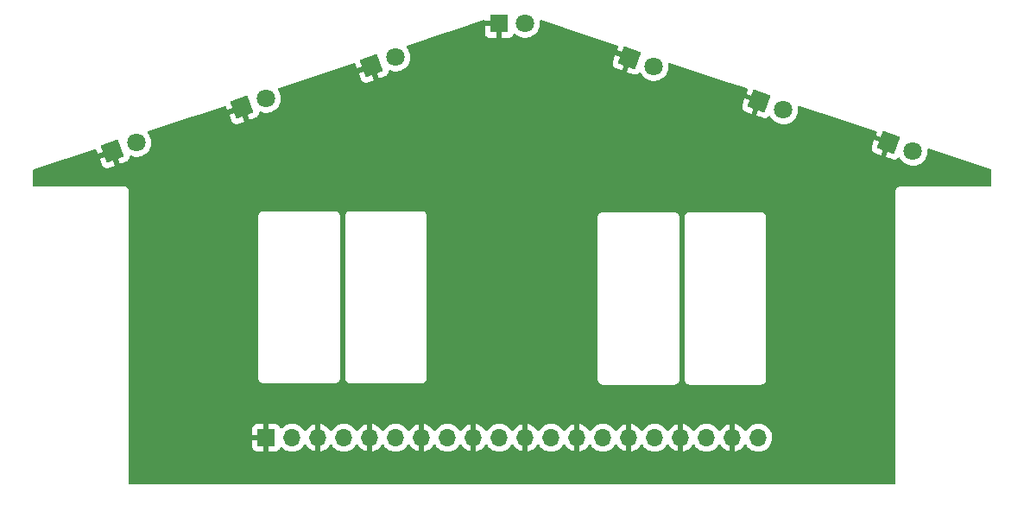
<source format=gbr>
%TF.GenerationSoftware,KiCad,Pcbnew,6.0.9+dfsg-1*%
%TF.CreationDate,2022-11-28T19:28:46-06:00*%
%TF.ProjectId,house,686f7573-652e-46b6-9963-61645f706362,A*%
%TF.SameCoordinates,Original*%
%TF.FileFunction,Copper,L2,Bot*%
%TF.FilePolarity,Positive*%
%FSLAX46Y46*%
G04 Gerber Fmt 4.6, Leading zero omitted, Abs format (unit mm)*
G04 Created by KiCad (PCBNEW 6.0.9+dfsg-1) date 2022-11-28 19:28:46*
%MOMM*%
%LPD*%
G01*
G04 APERTURE LIST*
G04 Aperture macros list*
%AMRotRect*
0 Rectangle, with rotation*
0 The origin of the aperture is its center*
0 $1 length*
0 $2 width*
0 $3 Rotation angle, in degrees counterclockwise*
0 Add horizontal line*
21,1,$1,$2,0,0,$3*%
G04 Aperture macros list end*
%TA.AperFunction,ComponentPad*%
%ADD10RotRect,1.800000X1.800000X20.000000*%
%TD*%
%TA.AperFunction,ComponentPad*%
%ADD11C,1.800000*%
%TD*%
%TA.AperFunction,ComponentPad*%
%ADD12RotRect,1.800000X1.800000X340.000000*%
%TD*%
%TA.AperFunction,ComponentPad*%
%ADD13R,1.800000X1.800000*%
%TD*%
%TA.AperFunction,ComponentPad*%
%ADD14R,1.700000X1.700000*%
%TD*%
%TA.AperFunction,ComponentPad*%
%ADD15O,1.700000X1.700000*%
%TD*%
G04 APERTURE END LIST*
D10*
%TO.P,D3,1,K*%
%TO.N,GND*%
X125883181Y-60050731D03*
D11*
%TO.P,D3,2,A*%
%TO.N,ANODE*%
X128270000Y-59182000D03*
%TD*%
D12*
%TO.P,D5,1,K*%
%TO.N,GND*%
X151201892Y-59253925D03*
D11*
%TO.P,D5,2,A*%
%TO.N,ANODE*%
X153588711Y-60122656D03*
%TD*%
D12*
%TO.P,D6,1,K*%
%TO.N,GND*%
X163901892Y-63500000D03*
D11*
%TO.P,D6,2,A*%
%TO.N,ANODE*%
X166288711Y-64368731D03*
%TD*%
D10*
%TO.P,D1,1,K*%
%TO.N,GND*%
X100483181Y-68432731D03*
D11*
%TO.P,D1,2,A*%
%TO.N,ANODE*%
X102870000Y-67564000D03*
%TD*%
D10*
%TO.P,D2,1,K*%
%TO.N,GND*%
X113183181Y-64114731D03*
D11*
%TO.P,D2,2,A*%
%TO.N,ANODE*%
X115570000Y-63246000D03*
%TD*%
D13*
%TO.P,D4,1,K*%
%TO.N,GND*%
X138425000Y-55880000D03*
D11*
%TO.P,D4,2,A*%
%TO.N,ANODE*%
X140965000Y-55880000D03*
%TD*%
D12*
%TO.P,D7,1,K*%
%TO.N,GND*%
X176601892Y-67564000D03*
D11*
%TO.P,D7,2,A*%
%TO.N,ANODE*%
X178988711Y-68432731D03*
%TD*%
D14*
%TO.P,J1,1,Pin_1*%
%TO.N,GND*%
X115570000Y-96520000D03*
D15*
%TO.P,J1,2,Pin_2*%
%TO.N,ANODE*%
X118110000Y-96520000D03*
%TO.P,J1,3,Pin_3*%
%TO.N,GND*%
X120650000Y-96520000D03*
%TO.P,J1,4,Pin_4*%
%TO.N,ANODE*%
X123190000Y-96520000D03*
%TO.P,J1,5,Pin_5*%
%TO.N,GND*%
X125730000Y-96520000D03*
%TO.P,J1,6,Pin_6*%
%TO.N,ANODE*%
X128270000Y-96520000D03*
%TO.P,J1,7,Pin_7*%
%TO.N,GND*%
X130810000Y-96520000D03*
%TO.P,J1,8,Pin_8*%
%TO.N,ANODE*%
X133350000Y-96520000D03*
%TO.P,J1,9,Pin_9*%
%TO.N,GND*%
X135890000Y-96520000D03*
%TO.P,J1,10,Pin_10*%
%TO.N,ANODE*%
X138430000Y-96520000D03*
%TO.P,J1,11,Pin_11*%
%TO.N,GND*%
X140970000Y-96520000D03*
%TO.P,J1,12,Pin_12*%
%TO.N,ANODE*%
X143510000Y-96520000D03*
%TO.P,J1,13,Pin_13*%
%TO.N,GND*%
X146050000Y-96520000D03*
%TO.P,J1,14,Pin_14*%
%TO.N,ANODE*%
X148590000Y-96520000D03*
%TO.P,J1,15,Pin_15*%
%TO.N,GND*%
X151130000Y-96520000D03*
%TO.P,J1,16,Pin_16*%
%TO.N,ANODE*%
X153670000Y-96520000D03*
%TO.P,J1,17,Pin_17*%
%TO.N,GND*%
X156210000Y-96520000D03*
%TO.P,J1,18,Pin_18*%
%TO.N,ANODE*%
X158750000Y-96520000D03*
%TO.P,J1,19,Pin_19*%
%TO.N,GND*%
X161290000Y-96520000D03*
%TO.P,J1,20,Pin_20*%
%TO.N,ANODE*%
X163830000Y-96520000D03*
%TD*%
%TA.AperFunction,Conductor*%
%TO.N,GND*%
G36*
X142529223Y-55575751D02*
G01*
X144721620Y-56302642D01*
X150002480Y-58053516D01*
X150060845Y-58093940D01*
X150088089Y-58159501D01*
X150081228Y-58216209D01*
X149971874Y-58516657D01*
X149970867Y-58532506D01*
X149971762Y-58534115D01*
X149978409Y-58538313D01*
X151409047Y-59059022D01*
X151466218Y-59101116D01*
X151491556Y-59167437D01*
X151484353Y-59220518D01*
X151353701Y-59579481D01*
X150965206Y-60646863D01*
X150964199Y-60662712D01*
X150965094Y-60664321D01*
X150971740Y-60668518D01*
X151608020Y-60900104D01*
X151614564Y-60902093D01*
X151664249Y-60914298D01*
X151679818Y-60916106D01*
X151808451Y-60914871D01*
X151826021Y-60912182D01*
X151948103Y-60875207D01*
X151964208Y-60867698D01*
X152071011Y-60797941D01*
X152084363Y-60786211D01*
X152122767Y-60741326D01*
X152182252Y-60702569D01*
X152253247Y-60702125D01*
X152313212Y-60740134D01*
X152326743Y-60760170D01*
X152327195Y-60759893D01*
X152422166Y-60914871D01*
X152448212Y-60957375D01*
X152599858Y-61132440D01*
X152778060Y-61280386D01*
X152978033Y-61397240D01*
X153194405Y-61479865D01*
X153199471Y-61480896D01*
X153199472Y-61480896D01*
X153220981Y-61485272D01*
X153421367Y-61526041D01*
X153552035Y-61530832D01*
X153647660Y-61534339D01*
X153647664Y-61534339D01*
X153652824Y-61534528D01*
X153657944Y-61533872D01*
X153657946Y-61533872D01*
X153730981Y-61524516D01*
X153882558Y-61505098D01*
X153887506Y-61503613D01*
X153887513Y-61503612D01*
X154099458Y-61440025D01*
X154104401Y-61438542D01*
X154109035Y-61436272D01*
X154307760Y-61338918D01*
X154307763Y-61338916D01*
X154312395Y-61336647D01*
X154500954Y-61202150D01*
X154665014Y-61038661D01*
X154800169Y-60850573D01*
X154818716Y-60813047D01*
X154900495Y-60647578D01*
X154900496Y-60647576D01*
X154902789Y-60642936D01*
X154970119Y-60421327D01*
X155000351Y-60191697D01*
X155000433Y-60188347D01*
X155001956Y-60126021D01*
X155001956Y-60126017D01*
X155002038Y-60122656D01*
X154983060Y-59891823D01*
X154984902Y-59891672D01*
X154992534Y-59829185D01*
X155037874Y-59774552D01*
X155105554Y-59753106D01*
X155147887Y-59759479D01*
X161035969Y-61711677D01*
X162713971Y-62268020D01*
X162772336Y-62308444D01*
X162799580Y-62374005D01*
X162792719Y-62430713D01*
X162671874Y-62762731D01*
X162670867Y-62778582D01*
X162671761Y-62780190D01*
X162678408Y-62784387D01*
X164109047Y-63305097D01*
X164166218Y-63347191D01*
X164191556Y-63413512D01*
X164184353Y-63466593D01*
X164053701Y-63825556D01*
X163665206Y-64892938D01*
X163664199Y-64908787D01*
X163665094Y-64910396D01*
X163671740Y-64914593D01*
X164308020Y-65146179D01*
X164314564Y-65148168D01*
X164364249Y-65160373D01*
X164379818Y-65162181D01*
X164508451Y-65160946D01*
X164526021Y-65158257D01*
X164648103Y-65121282D01*
X164664208Y-65113773D01*
X164771011Y-65044016D01*
X164784363Y-65032286D01*
X164822767Y-64987401D01*
X164882252Y-64948644D01*
X164953247Y-64948200D01*
X165013212Y-64986209D01*
X165026743Y-65006245D01*
X165027195Y-65005968D01*
X165122166Y-65160946D01*
X165148212Y-65203450D01*
X165299858Y-65378515D01*
X165434468Y-65490270D01*
X165472050Y-65521471D01*
X165478060Y-65526461D01*
X165678033Y-65643315D01*
X165894405Y-65725940D01*
X165899471Y-65726971D01*
X165899472Y-65726971D01*
X165907007Y-65728504D01*
X166121367Y-65772116D01*
X166252035Y-65776907D01*
X166347660Y-65780414D01*
X166347664Y-65780414D01*
X166352824Y-65780603D01*
X166357944Y-65779947D01*
X166357946Y-65779947D01*
X166430981Y-65770591D01*
X166582558Y-65751173D01*
X166587506Y-65749688D01*
X166587513Y-65749687D01*
X166799458Y-65686100D01*
X166804401Y-65684617D01*
X166809035Y-65682347D01*
X167007760Y-65584993D01*
X167007763Y-65584991D01*
X167012395Y-65582722D01*
X167200954Y-65448225D01*
X167365014Y-65284736D01*
X167500169Y-65096648D01*
X167531979Y-65032286D01*
X167600495Y-64893653D01*
X167600496Y-64893651D01*
X167602789Y-64889011D01*
X167670119Y-64667402D01*
X167700351Y-64437772D01*
X167701183Y-64403730D01*
X167701956Y-64372096D01*
X167701956Y-64372092D01*
X167702038Y-64368731D01*
X167684697Y-64157808D01*
X167683484Y-64143049D01*
X167683483Y-64143043D01*
X167683060Y-64137898D01*
X167678014Y-64117809D01*
X167680818Y-64046868D01*
X167721531Y-63988705D01*
X167787226Y-63961786D01*
X167839869Y-63967516D01*
X169950816Y-64667402D01*
X175366327Y-66462920D01*
X175424692Y-66503344D01*
X175451936Y-66568905D01*
X175445075Y-66625612D01*
X175371874Y-66826730D01*
X175370867Y-66842581D01*
X175371762Y-66844190D01*
X175378409Y-66848388D01*
X176809047Y-67369097D01*
X176866218Y-67411191D01*
X176891556Y-67477512D01*
X176884353Y-67530593D01*
X176753701Y-67889556D01*
X176365206Y-68956938D01*
X176364199Y-68972787D01*
X176365094Y-68974396D01*
X176371740Y-68978593D01*
X177008020Y-69210179D01*
X177014564Y-69212168D01*
X177064249Y-69224373D01*
X177079818Y-69226181D01*
X177208451Y-69224946D01*
X177226021Y-69222257D01*
X177348103Y-69185282D01*
X177364208Y-69177773D01*
X177471011Y-69108016D01*
X177484363Y-69096286D01*
X177522767Y-69051401D01*
X177582252Y-69012644D01*
X177653247Y-69012200D01*
X177713212Y-69050209D01*
X177726743Y-69070245D01*
X177727195Y-69069968D01*
X177822166Y-69224946D01*
X177848212Y-69267450D01*
X177999858Y-69442515D01*
X178178060Y-69590461D01*
X178378033Y-69707315D01*
X178594405Y-69789940D01*
X178599471Y-69790971D01*
X178599472Y-69790971D01*
X178636321Y-69798468D01*
X178821367Y-69836116D01*
X178952035Y-69840907D01*
X179047660Y-69844414D01*
X179047664Y-69844414D01*
X179052824Y-69844603D01*
X179057944Y-69843947D01*
X179057946Y-69843947D01*
X179130981Y-69834591D01*
X179282558Y-69815173D01*
X179287506Y-69813688D01*
X179287513Y-69813687D01*
X179499458Y-69750100D01*
X179504401Y-69748617D01*
X179584947Y-69709158D01*
X179707760Y-69648993D01*
X179707763Y-69648991D01*
X179712395Y-69646722D01*
X179900954Y-69512225D01*
X180065014Y-69348736D01*
X180200169Y-69160648D01*
X180207023Y-69146781D01*
X180300495Y-68957653D01*
X180300496Y-68957651D01*
X180302789Y-68953011D01*
X180370119Y-68731402D01*
X180400351Y-68501772D01*
X180400883Y-68480005D01*
X180401956Y-68436096D01*
X180401956Y-68436092D01*
X180402038Y-68432731D01*
X180392275Y-68313980D01*
X180406628Y-68244450D01*
X180456294Y-68193717D01*
X180525503Y-68177889D01*
X180557504Y-68184058D01*
X186603153Y-70188499D01*
X186661518Y-70228923D01*
X186688762Y-70294484D01*
X186689500Y-70308097D01*
X186689500Y-71755500D01*
X186669498Y-71823621D01*
X186615842Y-71870114D01*
X186563500Y-71881500D01*
X177808623Y-71881500D01*
X177807853Y-71881498D01*
X177807037Y-71881493D01*
X177730279Y-71881024D01*
X177707918Y-71887415D01*
X177701847Y-71889150D01*
X177685085Y-71892728D01*
X177655813Y-71896920D01*
X177647645Y-71900634D01*
X177647644Y-71900634D01*
X177632438Y-71907548D01*
X177614914Y-71913996D01*
X177590229Y-71921051D01*
X177582635Y-71925843D01*
X177582632Y-71925844D01*
X177565220Y-71936830D01*
X177550137Y-71944969D01*
X177523218Y-71957208D01*
X177516416Y-71963069D01*
X177503765Y-71973970D01*
X177488761Y-71985073D01*
X177467042Y-71998776D01*
X177461103Y-72005501D01*
X177461099Y-72005504D01*
X177447468Y-72020938D01*
X177435276Y-72032982D01*
X177419673Y-72046427D01*
X177419671Y-72046430D01*
X177412873Y-72052287D01*
X177407993Y-72059816D01*
X177407992Y-72059817D01*
X177398906Y-72073835D01*
X177387615Y-72088709D01*
X177376569Y-72101217D01*
X177370622Y-72107951D01*
X177364312Y-72121391D01*
X177358058Y-72134711D01*
X177349737Y-72149691D01*
X177338529Y-72166983D01*
X177338527Y-72166988D01*
X177333648Y-72174515D01*
X177331078Y-72183108D01*
X177331076Y-72183113D01*
X177326289Y-72199120D01*
X177319628Y-72216564D01*
X177312533Y-72231676D01*
X177308719Y-72239800D01*
X177307338Y-72248667D01*
X177307338Y-72248668D01*
X177304170Y-72269015D01*
X177300387Y-72285732D01*
X177294485Y-72305466D01*
X177294484Y-72305472D01*
X177291914Y-72314066D01*
X177291859Y-72323037D01*
X177291859Y-72323038D01*
X177291704Y-72348497D01*
X177291671Y-72349289D01*
X177291500Y-72350386D01*
X177291500Y-72381377D01*
X177291498Y-72382147D01*
X177291024Y-72459721D01*
X177291408Y-72461065D01*
X177291500Y-72462410D01*
X177291500Y-100965500D01*
X177271498Y-101033621D01*
X177217842Y-101080114D01*
X177165500Y-101091500D01*
X102234500Y-101091500D01*
X102166379Y-101071498D01*
X102119886Y-101017842D01*
X102108500Y-100965500D01*
X102108500Y-97414669D01*
X114212001Y-97414669D01*
X114212371Y-97421490D01*
X114217895Y-97472352D01*
X114221521Y-97487604D01*
X114266676Y-97608054D01*
X114275214Y-97623649D01*
X114351715Y-97725724D01*
X114364276Y-97738285D01*
X114466351Y-97814786D01*
X114481946Y-97823324D01*
X114602394Y-97868478D01*
X114617649Y-97872105D01*
X114668514Y-97877631D01*
X114675328Y-97878000D01*
X115297885Y-97878000D01*
X115313124Y-97873525D01*
X115314329Y-97872135D01*
X115316000Y-97864452D01*
X115316000Y-97859884D01*
X115824000Y-97859884D01*
X115828475Y-97875123D01*
X115829865Y-97876328D01*
X115837548Y-97877999D01*
X116464669Y-97877999D01*
X116471490Y-97877629D01*
X116522352Y-97872105D01*
X116537604Y-97868479D01*
X116658054Y-97823324D01*
X116673649Y-97814786D01*
X116775724Y-97738285D01*
X116788285Y-97725724D01*
X116864786Y-97623649D01*
X116873324Y-97608054D01*
X116914225Y-97498952D01*
X116956867Y-97442188D01*
X117023428Y-97417488D01*
X117092777Y-97432696D01*
X117127444Y-97460684D01*
X117152865Y-97490031D01*
X117152869Y-97490035D01*
X117156250Y-97493938D01*
X117328126Y-97636632D01*
X117521000Y-97749338D01*
X117729692Y-97829030D01*
X117734760Y-97830061D01*
X117734763Y-97830062D01*
X117829862Y-97849410D01*
X117948597Y-97873567D01*
X117953772Y-97873757D01*
X117953774Y-97873757D01*
X118166673Y-97881564D01*
X118166677Y-97881564D01*
X118171837Y-97881753D01*
X118176957Y-97881097D01*
X118176959Y-97881097D01*
X118388288Y-97854025D01*
X118388289Y-97854025D01*
X118393416Y-97853368D01*
X118398366Y-97851883D01*
X118602429Y-97790661D01*
X118602434Y-97790659D01*
X118607384Y-97789174D01*
X118807994Y-97690896D01*
X118989860Y-97561173D01*
X119148096Y-97403489D01*
X119278453Y-97222077D01*
X119279640Y-97222930D01*
X119326960Y-97179362D01*
X119396897Y-97167145D01*
X119462338Y-97194678D01*
X119490166Y-97226511D01*
X119547694Y-97320388D01*
X119553777Y-97328699D01*
X119693213Y-97489667D01*
X119700580Y-97496883D01*
X119864434Y-97632916D01*
X119872881Y-97638831D01*
X120056756Y-97746279D01*
X120066042Y-97750729D01*
X120265001Y-97826703D01*
X120274899Y-97829579D01*
X120378250Y-97850606D01*
X120392299Y-97849410D01*
X120396000Y-97839065D01*
X120396000Y-97838517D01*
X120904000Y-97838517D01*
X120908064Y-97852359D01*
X120921478Y-97854393D01*
X120928184Y-97853534D01*
X120938262Y-97851392D01*
X121142255Y-97790191D01*
X121151842Y-97786433D01*
X121343095Y-97692739D01*
X121351945Y-97687464D01*
X121525328Y-97563792D01*
X121533200Y-97557139D01*
X121684052Y-97406812D01*
X121690730Y-97398965D01*
X121818022Y-97221819D01*
X121819279Y-97222722D01*
X121866373Y-97179362D01*
X121936311Y-97167145D01*
X122001751Y-97194678D01*
X122029579Y-97226511D01*
X122089987Y-97325088D01*
X122236250Y-97493938D01*
X122408126Y-97636632D01*
X122601000Y-97749338D01*
X122809692Y-97829030D01*
X122814760Y-97830061D01*
X122814763Y-97830062D01*
X122909862Y-97849410D01*
X123028597Y-97873567D01*
X123033772Y-97873757D01*
X123033774Y-97873757D01*
X123246673Y-97881564D01*
X123246677Y-97881564D01*
X123251837Y-97881753D01*
X123256957Y-97881097D01*
X123256959Y-97881097D01*
X123468288Y-97854025D01*
X123468289Y-97854025D01*
X123473416Y-97853368D01*
X123478366Y-97851883D01*
X123682429Y-97790661D01*
X123682434Y-97790659D01*
X123687384Y-97789174D01*
X123887994Y-97690896D01*
X124069860Y-97561173D01*
X124228096Y-97403489D01*
X124358453Y-97222077D01*
X124359640Y-97222930D01*
X124406960Y-97179362D01*
X124476897Y-97167145D01*
X124542338Y-97194678D01*
X124570166Y-97226511D01*
X124627694Y-97320388D01*
X124633777Y-97328699D01*
X124773213Y-97489667D01*
X124780580Y-97496883D01*
X124944434Y-97632916D01*
X124952881Y-97638831D01*
X125136756Y-97746279D01*
X125146042Y-97750729D01*
X125345001Y-97826703D01*
X125354899Y-97829579D01*
X125458250Y-97850606D01*
X125472299Y-97849410D01*
X125476000Y-97839065D01*
X125476000Y-97838517D01*
X125984000Y-97838517D01*
X125988064Y-97852359D01*
X126001478Y-97854393D01*
X126008184Y-97853534D01*
X126018262Y-97851392D01*
X126222255Y-97790191D01*
X126231842Y-97786433D01*
X126423095Y-97692739D01*
X126431945Y-97687464D01*
X126605328Y-97563792D01*
X126613200Y-97557139D01*
X126764052Y-97406812D01*
X126770730Y-97398965D01*
X126898022Y-97221819D01*
X126899279Y-97222722D01*
X126946373Y-97179362D01*
X127016311Y-97167145D01*
X127081751Y-97194678D01*
X127109579Y-97226511D01*
X127169987Y-97325088D01*
X127316250Y-97493938D01*
X127488126Y-97636632D01*
X127681000Y-97749338D01*
X127889692Y-97829030D01*
X127894760Y-97830061D01*
X127894763Y-97830062D01*
X127989862Y-97849410D01*
X128108597Y-97873567D01*
X128113772Y-97873757D01*
X128113774Y-97873757D01*
X128326673Y-97881564D01*
X128326677Y-97881564D01*
X128331837Y-97881753D01*
X128336957Y-97881097D01*
X128336959Y-97881097D01*
X128548288Y-97854025D01*
X128548289Y-97854025D01*
X128553416Y-97853368D01*
X128558366Y-97851883D01*
X128762429Y-97790661D01*
X128762434Y-97790659D01*
X128767384Y-97789174D01*
X128967994Y-97690896D01*
X129149860Y-97561173D01*
X129308096Y-97403489D01*
X129438453Y-97222077D01*
X129439640Y-97222930D01*
X129486960Y-97179362D01*
X129556897Y-97167145D01*
X129622338Y-97194678D01*
X129650166Y-97226511D01*
X129707694Y-97320388D01*
X129713777Y-97328699D01*
X129853213Y-97489667D01*
X129860580Y-97496883D01*
X130024434Y-97632916D01*
X130032881Y-97638831D01*
X130216756Y-97746279D01*
X130226042Y-97750729D01*
X130425001Y-97826703D01*
X130434899Y-97829579D01*
X130538250Y-97850606D01*
X130552299Y-97849410D01*
X130556000Y-97839065D01*
X130556000Y-97838517D01*
X131064000Y-97838517D01*
X131068064Y-97852359D01*
X131081478Y-97854393D01*
X131088184Y-97853534D01*
X131098262Y-97851392D01*
X131302255Y-97790191D01*
X131311842Y-97786433D01*
X131503095Y-97692739D01*
X131511945Y-97687464D01*
X131685328Y-97563792D01*
X131693200Y-97557139D01*
X131844052Y-97406812D01*
X131850730Y-97398965D01*
X131978022Y-97221819D01*
X131979279Y-97222722D01*
X132026373Y-97179362D01*
X132096311Y-97167145D01*
X132161751Y-97194678D01*
X132189579Y-97226511D01*
X132249987Y-97325088D01*
X132396250Y-97493938D01*
X132568126Y-97636632D01*
X132761000Y-97749338D01*
X132969692Y-97829030D01*
X132974760Y-97830061D01*
X132974763Y-97830062D01*
X133069862Y-97849410D01*
X133188597Y-97873567D01*
X133193772Y-97873757D01*
X133193774Y-97873757D01*
X133406673Y-97881564D01*
X133406677Y-97881564D01*
X133411837Y-97881753D01*
X133416957Y-97881097D01*
X133416959Y-97881097D01*
X133628288Y-97854025D01*
X133628289Y-97854025D01*
X133633416Y-97853368D01*
X133638366Y-97851883D01*
X133842429Y-97790661D01*
X133842434Y-97790659D01*
X133847384Y-97789174D01*
X134047994Y-97690896D01*
X134229860Y-97561173D01*
X134388096Y-97403489D01*
X134518453Y-97222077D01*
X134519640Y-97222930D01*
X134566960Y-97179362D01*
X134636897Y-97167145D01*
X134702338Y-97194678D01*
X134730166Y-97226511D01*
X134787694Y-97320388D01*
X134793777Y-97328699D01*
X134933213Y-97489667D01*
X134940580Y-97496883D01*
X135104434Y-97632916D01*
X135112881Y-97638831D01*
X135296756Y-97746279D01*
X135306042Y-97750729D01*
X135505001Y-97826703D01*
X135514899Y-97829579D01*
X135618250Y-97850606D01*
X135632299Y-97849410D01*
X135636000Y-97839065D01*
X135636000Y-97838517D01*
X136144000Y-97838517D01*
X136148064Y-97852359D01*
X136161478Y-97854393D01*
X136168184Y-97853534D01*
X136178262Y-97851392D01*
X136382255Y-97790191D01*
X136391842Y-97786433D01*
X136583095Y-97692739D01*
X136591945Y-97687464D01*
X136765328Y-97563792D01*
X136773200Y-97557139D01*
X136924052Y-97406812D01*
X136930730Y-97398965D01*
X137058022Y-97221819D01*
X137059279Y-97222722D01*
X137106373Y-97179362D01*
X137176311Y-97167145D01*
X137241751Y-97194678D01*
X137269579Y-97226511D01*
X137329987Y-97325088D01*
X137476250Y-97493938D01*
X137648126Y-97636632D01*
X137841000Y-97749338D01*
X138049692Y-97829030D01*
X138054760Y-97830061D01*
X138054763Y-97830062D01*
X138149862Y-97849410D01*
X138268597Y-97873567D01*
X138273772Y-97873757D01*
X138273774Y-97873757D01*
X138486673Y-97881564D01*
X138486677Y-97881564D01*
X138491837Y-97881753D01*
X138496957Y-97881097D01*
X138496959Y-97881097D01*
X138708288Y-97854025D01*
X138708289Y-97854025D01*
X138713416Y-97853368D01*
X138718366Y-97851883D01*
X138922429Y-97790661D01*
X138922434Y-97790659D01*
X138927384Y-97789174D01*
X139127994Y-97690896D01*
X139309860Y-97561173D01*
X139468096Y-97403489D01*
X139598453Y-97222077D01*
X139599640Y-97222930D01*
X139646960Y-97179362D01*
X139716897Y-97167145D01*
X139782338Y-97194678D01*
X139810166Y-97226511D01*
X139867694Y-97320388D01*
X139873777Y-97328699D01*
X140013213Y-97489667D01*
X140020580Y-97496883D01*
X140184434Y-97632916D01*
X140192881Y-97638831D01*
X140376756Y-97746279D01*
X140386042Y-97750729D01*
X140585001Y-97826703D01*
X140594899Y-97829579D01*
X140698250Y-97850606D01*
X140712299Y-97849410D01*
X140716000Y-97839065D01*
X140716000Y-97838517D01*
X141224000Y-97838517D01*
X141228064Y-97852359D01*
X141241478Y-97854393D01*
X141248184Y-97853534D01*
X141258262Y-97851392D01*
X141462255Y-97790191D01*
X141471842Y-97786433D01*
X141663095Y-97692739D01*
X141671945Y-97687464D01*
X141845328Y-97563792D01*
X141853200Y-97557139D01*
X142004052Y-97406812D01*
X142010730Y-97398965D01*
X142138022Y-97221819D01*
X142139279Y-97222722D01*
X142186373Y-97179362D01*
X142256311Y-97167145D01*
X142321751Y-97194678D01*
X142349579Y-97226511D01*
X142409987Y-97325088D01*
X142556250Y-97493938D01*
X142728126Y-97636632D01*
X142921000Y-97749338D01*
X143129692Y-97829030D01*
X143134760Y-97830061D01*
X143134763Y-97830062D01*
X143229862Y-97849410D01*
X143348597Y-97873567D01*
X143353772Y-97873757D01*
X143353774Y-97873757D01*
X143566673Y-97881564D01*
X143566677Y-97881564D01*
X143571837Y-97881753D01*
X143576957Y-97881097D01*
X143576959Y-97881097D01*
X143788288Y-97854025D01*
X143788289Y-97854025D01*
X143793416Y-97853368D01*
X143798366Y-97851883D01*
X144002429Y-97790661D01*
X144002434Y-97790659D01*
X144007384Y-97789174D01*
X144207994Y-97690896D01*
X144389860Y-97561173D01*
X144548096Y-97403489D01*
X144678453Y-97222077D01*
X144679640Y-97222930D01*
X144726960Y-97179362D01*
X144796897Y-97167145D01*
X144862338Y-97194678D01*
X144890166Y-97226511D01*
X144947694Y-97320388D01*
X144953777Y-97328699D01*
X145093213Y-97489667D01*
X145100580Y-97496883D01*
X145264434Y-97632916D01*
X145272881Y-97638831D01*
X145456756Y-97746279D01*
X145466042Y-97750729D01*
X145665001Y-97826703D01*
X145674899Y-97829579D01*
X145778250Y-97850606D01*
X145792299Y-97849410D01*
X145796000Y-97839065D01*
X145796000Y-97838517D01*
X146304000Y-97838517D01*
X146308064Y-97852359D01*
X146321478Y-97854393D01*
X146328184Y-97853534D01*
X146338262Y-97851392D01*
X146542255Y-97790191D01*
X146551842Y-97786433D01*
X146743095Y-97692739D01*
X146751945Y-97687464D01*
X146925328Y-97563792D01*
X146933200Y-97557139D01*
X147084052Y-97406812D01*
X147090730Y-97398965D01*
X147218022Y-97221819D01*
X147219279Y-97222722D01*
X147266373Y-97179362D01*
X147336311Y-97167145D01*
X147401751Y-97194678D01*
X147429579Y-97226511D01*
X147489987Y-97325088D01*
X147636250Y-97493938D01*
X147808126Y-97636632D01*
X148001000Y-97749338D01*
X148209692Y-97829030D01*
X148214760Y-97830061D01*
X148214763Y-97830062D01*
X148309862Y-97849410D01*
X148428597Y-97873567D01*
X148433772Y-97873757D01*
X148433774Y-97873757D01*
X148646673Y-97881564D01*
X148646677Y-97881564D01*
X148651837Y-97881753D01*
X148656957Y-97881097D01*
X148656959Y-97881097D01*
X148868288Y-97854025D01*
X148868289Y-97854025D01*
X148873416Y-97853368D01*
X148878366Y-97851883D01*
X149082429Y-97790661D01*
X149082434Y-97790659D01*
X149087384Y-97789174D01*
X149287994Y-97690896D01*
X149469860Y-97561173D01*
X149628096Y-97403489D01*
X149758453Y-97222077D01*
X149759640Y-97222930D01*
X149806960Y-97179362D01*
X149876897Y-97167145D01*
X149942338Y-97194678D01*
X149970166Y-97226511D01*
X150027694Y-97320388D01*
X150033777Y-97328699D01*
X150173213Y-97489667D01*
X150180580Y-97496883D01*
X150344434Y-97632916D01*
X150352881Y-97638831D01*
X150536756Y-97746279D01*
X150546042Y-97750729D01*
X150745001Y-97826703D01*
X150754899Y-97829579D01*
X150858250Y-97850606D01*
X150872299Y-97849410D01*
X150876000Y-97839065D01*
X150876000Y-97838517D01*
X151384000Y-97838517D01*
X151388064Y-97852359D01*
X151401478Y-97854393D01*
X151408184Y-97853534D01*
X151418262Y-97851392D01*
X151622255Y-97790191D01*
X151631842Y-97786433D01*
X151823095Y-97692739D01*
X151831945Y-97687464D01*
X152005328Y-97563792D01*
X152013200Y-97557139D01*
X152164052Y-97406812D01*
X152170730Y-97398965D01*
X152298022Y-97221819D01*
X152299279Y-97222722D01*
X152346373Y-97179362D01*
X152416311Y-97167145D01*
X152481751Y-97194678D01*
X152509579Y-97226511D01*
X152569987Y-97325088D01*
X152716250Y-97493938D01*
X152888126Y-97636632D01*
X153081000Y-97749338D01*
X153289692Y-97829030D01*
X153294760Y-97830061D01*
X153294763Y-97830062D01*
X153389862Y-97849410D01*
X153508597Y-97873567D01*
X153513772Y-97873757D01*
X153513774Y-97873757D01*
X153726673Y-97881564D01*
X153726677Y-97881564D01*
X153731837Y-97881753D01*
X153736957Y-97881097D01*
X153736959Y-97881097D01*
X153948288Y-97854025D01*
X153948289Y-97854025D01*
X153953416Y-97853368D01*
X153958366Y-97851883D01*
X154162429Y-97790661D01*
X154162434Y-97790659D01*
X154167384Y-97789174D01*
X154367994Y-97690896D01*
X154549860Y-97561173D01*
X154708096Y-97403489D01*
X154838453Y-97222077D01*
X154839640Y-97222930D01*
X154886960Y-97179362D01*
X154956897Y-97167145D01*
X155022338Y-97194678D01*
X155050166Y-97226511D01*
X155107694Y-97320388D01*
X155113777Y-97328699D01*
X155253213Y-97489667D01*
X155260580Y-97496883D01*
X155424434Y-97632916D01*
X155432881Y-97638831D01*
X155616756Y-97746279D01*
X155626042Y-97750729D01*
X155825001Y-97826703D01*
X155834899Y-97829579D01*
X155938250Y-97850606D01*
X155952299Y-97849410D01*
X155956000Y-97839065D01*
X155956000Y-97838517D01*
X156464000Y-97838517D01*
X156468064Y-97852359D01*
X156481478Y-97854393D01*
X156488184Y-97853534D01*
X156498262Y-97851392D01*
X156702255Y-97790191D01*
X156711842Y-97786433D01*
X156903095Y-97692739D01*
X156911945Y-97687464D01*
X157085328Y-97563792D01*
X157093200Y-97557139D01*
X157244052Y-97406812D01*
X157250730Y-97398965D01*
X157378022Y-97221819D01*
X157379279Y-97222722D01*
X157426373Y-97179362D01*
X157496311Y-97167145D01*
X157561751Y-97194678D01*
X157589579Y-97226511D01*
X157649987Y-97325088D01*
X157796250Y-97493938D01*
X157968126Y-97636632D01*
X158161000Y-97749338D01*
X158369692Y-97829030D01*
X158374760Y-97830061D01*
X158374763Y-97830062D01*
X158469862Y-97849410D01*
X158588597Y-97873567D01*
X158593772Y-97873757D01*
X158593774Y-97873757D01*
X158806673Y-97881564D01*
X158806677Y-97881564D01*
X158811837Y-97881753D01*
X158816957Y-97881097D01*
X158816959Y-97881097D01*
X159028288Y-97854025D01*
X159028289Y-97854025D01*
X159033416Y-97853368D01*
X159038366Y-97851883D01*
X159242429Y-97790661D01*
X159242434Y-97790659D01*
X159247384Y-97789174D01*
X159447994Y-97690896D01*
X159629860Y-97561173D01*
X159788096Y-97403489D01*
X159918453Y-97222077D01*
X159919640Y-97222930D01*
X159966960Y-97179362D01*
X160036897Y-97167145D01*
X160102338Y-97194678D01*
X160130166Y-97226511D01*
X160187694Y-97320388D01*
X160193777Y-97328699D01*
X160333213Y-97489667D01*
X160340580Y-97496883D01*
X160504434Y-97632916D01*
X160512881Y-97638831D01*
X160696756Y-97746279D01*
X160706042Y-97750729D01*
X160905001Y-97826703D01*
X160914899Y-97829579D01*
X161018250Y-97850606D01*
X161032299Y-97849410D01*
X161036000Y-97839065D01*
X161036000Y-97838517D01*
X161544000Y-97838517D01*
X161548064Y-97852359D01*
X161561478Y-97854393D01*
X161568184Y-97853534D01*
X161578262Y-97851392D01*
X161782255Y-97790191D01*
X161791842Y-97786433D01*
X161983095Y-97692739D01*
X161991945Y-97687464D01*
X162165328Y-97563792D01*
X162173200Y-97557139D01*
X162324052Y-97406812D01*
X162330730Y-97398965D01*
X162458022Y-97221819D01*
X162459279Y-97222722D01*
X162506373Y-97179362D01*
X162576311Y-97167145D01*
X162641751Y-97194678D01*
X162669579Y-97226511D01*
X162729987Y-97325088D01*
X162876250Y-97493938D01*
X163048126Y-97636632D01*
X163241000Y-97749338D01*
X163449692Y-97829030D01*
X163454760Y-97830061D01*
X163454763Y-97830062D01*
X163549862Y-97849410D01*
X163668597Y-97873567D01*
X163673772Y-97873757D01*
X163673774Y-97873757D01*
X163886673Y-97881564D01*
X163886677Y-97881564D01*
X163891837Y-97881753D01*
X163896957Y-97881097D01*
X163896959Y-97881097D01*
X164108288Y-97854025D01*
X164108289Y-97854025D01*
X164113416Y-97853368D01*
X164118366Y-97851883D01*
X164322429Y-97790661D01*
X164322434Y-97790659D01*
X164327384Y-97789174D01*
X164527994Y-97690896D01*
X164709860Y-97561173D01*
X164868096Y-97403489D01*
X164998453Y-97222077D01*
X165011995Y-97194678D01*
X165095136Y-97026453D01*
X165095137Y-97026451D01*
X165097430Y-97021811D01*
X165162370Y-96808069D01*
X165191529Y-96586590D01*
X165193156Y-96520000D01*
X165174852Y-96297361D01*
X165120431Y-96080702D01*
X165031354Y-95875840D01*
X164910014Y-95688277D01*
X164759670Y-95523051D01*
X164755619Y-95519852D01*
X164755615Y-95519848D01*
X164588414Y-95387800D01*
X164588410Y-95387798D01*
X164584359Y-95384598D01*
X164548028Y-95364542D01*
X164456970Y-95314276D01*
X164388789Y-95276638D01*
X164383920Y-95274914D01*
X164383916Y-95274912D01*
X164183087Y-95203795D01*
X164183083Y-95203794D01*
X164178212Y-95202069D01*
X164173119Y-95201162D01*
X164173116Y-95201161D01*
X163963373Y-95163800D01*
X163963367Y-95163799D01*
X163958284Y-95162894D01*
X163884452Y-95161992D01*
X163740081Y-95160228D01*
X163740079Y-95160228D01*
X163734911Y-95160165D01*
X163514091Y-95193955D01*
X163301756Y-95263357D01*
X163103607Y-95366507D01*
X163099474Y-95369610D01*
X163099471Y-95369612D01*
X163016450Y-95431946D01*
X162924965Y-95500635D01*
X162770629Y-95662138D01*
X162767715Y-95666410D01*
X162767714Y-95666411D01*
X162662898Y-95820066D01*
X162607987Y-95865069D01*
X162537462Y-95873240D01*
X162473715Y-95841986D01*
X162453018Y-95817502D01*
X162372426Y-95692926D01*
X162366136Y-95684757D01*
X162222806Y-95527240D01*
X162215273Y-95520215D01*
X162048139Y-95388222D01*
X162039552Y-95382517D01*
X161853117Y-95279599D01*
X161843705Y-95275369D01*
X161642959Y-95204280D01*
X161632988Y-95201646D01*
X161561837Y-95188972D01*
X161548540Y-95190432D01*
X161544000Y-95204989D01*
X161544000Y-97838517D01*
X161036000Y-97838517D01*
X161036000Y-95203102D01*
X161032082Y-95189758D01*
X161017806Y-95187771D01*
X160979324Y-95193660D01*
X160969288Y-95196051D01*
X160766868Y-95262212D01*
X160757359Y-95266209D01*
X160568463Y-95364542D01*
X160559738Y-95370036D01*
X160389433Y-95497905D01*
X160381726Y-95504748D01*
X160234590Y-95658717D01*
X160228109Y-95666722D01*
X160123498Y-95820074D01*
X160068587Y-95865076D01*
X159998062Y-95873247D01*
X159934315Y-95841993D01*
X159913618Y-95817509D01*
X159832822Y-95692617D01*
X159832820Y-95692614D01*
X159830014Y-95688277D01*
X159679670Y-95523051D01*
X159675619Y-95519852D01*
X159675615Y-95519848D01*
X159508414Y-95387800D01*
X159508410Y-95387798D01*
X159504359Y-95384598D01*
X159468028Y-95364542D01*
X159376970Y-95314276D01*
X159308789Y-95276638D01*
X159303920Y-95274914D01*
X159303916Y-95274912D01*
X159103087Y-95203795D01*
X159103083Y-95203794D01*
X159098212Y-95202069D01*
X159093119Y-95201162D01*
X159093116Y-95201161D01*
X158883373Y-95163800D01*
X158883367Y-95163799D01*
X158878284Y-95162894D01*
X158804452Y-95161992D01*
X158660081Y-95160228D01*
X158660079Y-95160228D01*
X158654911Y-95160165D01*
X158434091Y-95193955D01*
X158221756Y-95263357D01*
X158023607Y-95366507D01*
X158019474Y-95369610D01*
X158019471Y-95369612D01*
X157936450Y-95431946D01*
X157844965Y-95500635D01*
X157690629Y-95662138D01*
X157687715Y-95666410D01*
X157687714Y-95666411D01*
X157582898Y-95820066D01*
X157527987Y-95865069D01*
X157457462Y-95873240D01*
X157393715Y-95841986D01*
X157373018Y-95817502D01*
X157292426Y-95692926D01*
X157286136Y-95684757D01*
X157142806Y-95527240D01*
X157135273Y-95520215D01*
X156968139Y-95388222D01*
X156959552Y-95382517D01*
X156773117Y-95279599D01*
X156763705Y-95275369D01*
X156562959Y-95204280D01*
X156552988Y-95201646D01*
X156481837Y-95188972D01*
X156468540Y-95190432D01*
X156464000Y-95204989D01*
X156464000Y-97838517D01*
X155956000Y-97838517D01*
X155956000Y-95203102D01*
X155952082Y-95189758D01*
X155937806Y-95187771D01*
X155899324Y-95193660D01*
X155889288Y-95196051D01*
X155686868Y-95262212D01*
X155677359Y-95266209D01*
X155488463Y-95364542D01*
X155479738Y-95370036D01*
X155309433Y-95497905D01*
X155301726Y-95504748D01*
X155154590Y-95658717D01*
X155148109Y-95666722D01*
X155043498Y-95820074D01*
X154988587Y-95865076D01*
X154918062Y-95873247D01*
X154854315Y-95841993D01*
X154833618Y-95817509D01*
X154752822Y-95692617D01*
X154752820Y-95692614D01*
X154750014Y-95688277D01*
X154599670Y-95523051D01*
X154595619Y-95519852D01*
X154595615Y-95519848D01*
X154428414Y-95387800D01*
X154428410Y-95387798D01*
X154424359Y-95384598D01*
X154388028Y-95364542D01*
X154296970Y-95314276D01*
X154228789Y-95276638D01*
X154223920Y-95274914D01*
X154223916Y-95274912D01*
X154023087Y-95203795D01*
X154023083Y-95203794D01*
X154018212Y-95202069D01*
X154013119Y-95201162D01*
X154013116Y-95201161D01*
X153803373Y-95163800D01*
X153803367Y-95163799D01*
X153798284Y-95162894D01*
X153724452Y-95161992D01*
X153580081Y-95160228D01*
X153580079Y-95160228D01*
X153574911Y-95160165D01*
X153354091Y-95193955D01*
X153141756Y-95263357D01*
X152943607Y-95366507D01*
X152939474Y-95369610D01*
X152939471Y-95369612D01*
X152856450Y-95431946D01*
X152764965Y-95500635D01*
X152610629Y-95662138D01*
X152607715Y-95666410D01*
X152607714Y-95666411D01*
X152502898Y-95820066D01*
X152447987Y-95865069D01*
X152377462Y-95873240D01*
X152313715Y-95841986D01*
X152293018Y-95817502D01*
X152212426Y-95692926D01*
X152206136Y-95684757D01*
X152062806Y-95527240D01*
X152055273Y-95520215D01*
X151888139Y-95388222D01*
X151879552Y-95382517D01*
X151693117Y-95279599D01*
X151683705Y-95275369D01*
X151482959Y-95204280D01*
X151472988Y-95201646D01*
X151401837Y-95188972D01*
X151388540Y-95190432D01*
X151384000Y-95204989D01*
X151384000Y-97838517D01*
X150876000Y-97838517D01*
X150876000Y-95203102D01*
X150872082Y-95189758D01*
X150857806Y-95187771D01*
X150819324Y-95193660D01*
X150809288Y-95196051D01*
X150606868Y-95262212D01*
X150597359Y-95266209D01*
X150408463Y-95364542D01*
X150399738Y-95370036D01*
X150229433Y-95497905D01*
X150221726Y-95504748D01*
X150074590Y-95658717D01*
X150068109Y-95666722D01*
X149963498Y-95820074D01*
X149908587Y-95865076D01*
X149838062Y-95873247D01*
X149774315Y-95841993D01*
X149753618Y-95817509D01*
X149672822Y-95692617D01*
X149672820Y-95692614D01*
X149670014Y-95688277D01*
X149519670Y-95523051D01*
X149515619Y-95519852D01*
X149515615Y-95519848D01*
X149348414Y-95387800D01*
X149348410Y-95387798D01*
X149344359Y-95384598D01*
X149308028Y-95364542D01*
X149216970Y-95314276D01*
X149148789Y-95276638D01*
X149143920Y-95274914D01*
X149143916Y-95274912D01*
X148943087Y-95203795D01*
X148943083Y-95203794D01*
X148938212Y-95202069D01*
X148933119Y-95201162D01*
X148933116Y-95201161D01*
X148723373Y-95163800D01*
X148723367Y-95163799D01*
X148718284Y-95162894D01*
X148644452Y-95161992D01*
X148500081Y-95160228D01*
X148500079Y-95160228D01*
X148494911Y-95160165D01*
X148274091Y-95193955D01*
X148061756Y-95263357D01*
X147863607Y-95366507D01*
X147859474Y-95369610D01*
X147859471Y-95369612D01*
X147776450Y-95431946D01*
X147684965Y-95500635D01*
X147530629Y-95662138D01*
X147527715Y-95666410D01*
X147527714Y-95666411D01*
X147422898Y-95820066D01*
X147367987Y-95865069D01*
X147297462Y-95873240D01*
X147233715Y-95841986D01*
X147213018Y-95817502D01*
X147132426Y-95692926D01*
X147126136Y-95684757D01*
X146982806Y-95527240D01*
X146975273Y-95520215D01*
X146808139Y-95388222D01*
X146799552Y-95382517D01*
X146613117Y-95279599D01*
X146603705Y-95275369D01*
X146402959Y-95204280D01*
X146392988Y-95201646D01*
X146321837Y-95188972D01*
X146308540Y-95190432D01*
X146304000Y-95204989D01*
X146304000Y-97838517D01*
X145796000Y-97838517D01*
X145796000Y-95203102D01*
X145792082Y-95189758D01*
X145777806Y-95187771D01*
X145739324Y-95193660D01*
X145729288Y-95196051D01*
X145526868Y-95262212D01*
X145517359Y-95266209D01*
X145328463Y-95364542D01*
X145319738Y-95370036D01*
X145149433Y-95497905D01*
X145141726Y-95504748D01*
X144994590Y-95658717D01*
X144988109Y-95666722D01*
X144883498Y-95820074D01*
X144828587Y-95865076D01*
X144758062Y-95873247D01*
X144694315Y-95841993D01*
X144673618Y-95817509D01*
X144592822Y-95692617D01*
X144592820Y-95692614D01*
X144590014Y-95688277D01*
X144439670Y-95523051D01*
X144435619Y-95519852D01*
X144435615Y-95519848D01*
X144268414Y-95387800D01*
X144268410Y-95387798D01*
X144264359Y-95384598D01*
X144228028Y-95364542D01*
X144136970Y-95314276D01*
X144068789Y-95276638D01*
X144063920Y-95274914D01*
X144063916Y-95274912D01*
X143863087Y-95203795D01*
X143863083Y-95203794D01*
X143858212Y-95202069D01*
X143853119Y-95201162D01*
X143853116Y-95201161D01*
X143643373Y-95163800D01*
X143643367Y-95163799D01*
X143638284Y-95162894D01*
X143564452Y-95161992D01*
X143420081Y-95160228D01*
X143420079Y-95160228D01*
X143414911Y-95160165D01*
X143194091Y-95193955D01*
X142981756Y-95263357D01*
X142783607Y-95366507D01*
X142779474Y-95369610D01*
X142779471Y-95369612D01*
X142696450Y-95431946D01*
X142604965Y-95500635D01*
X142450629Y-95662138D01*
X142447715Y-95666410D01*
X142447714Y-95666411D01*
X142342898Y-95820066D01*
X142287987Y-95865069D01*
X142217462Y-95873240D01*
X142153715Y-95841986D01*
X142133018Y-95817502D01*
X142052426Y-95692926D01*
X142046136Y-95684757D01*
X141902806Y-95527240D01*
X141895273Y-95520215D01*
X141728139Y-95388222D01*
X141719552Y-95382517D01*
X141533117Y-95279599D01*
X141523705Y-95275369D01*
X141322959Y-95204280D01*
X141312988Y-95201646D01*
X141241837Y-95188972D01*
X141228540Y-95190432D01*
X141224000Y-95204989D01*
X141224000Y-97838517D01*
X140716000Y-97838517D01*
X140716000Y-95203102D01*
X140712082Y-95189758D01*
X140697806Y-95187771D01*
X140659324Y-95193660D01*
X140649288Y-95196051D01*
X140446868Y-95262212D01*
X140437359Y-95266209D01*
X140248463Y-95364542D01*
X140239738Y-95370036D01*
X140069433Y-95497905D01*
X140061726Y-95504748D01*
X139914590Y-95658717D01*
X139908109Y-95666722D01*
X139803498Y-95820074D01*
X139748587Y-95865076D01*
X139678062Y-95873247D01*
X139614315Y-95841993D01*
X139593618Y-95817509D01*
X139512822Y-95692617D01*
X139512820Y-95692614D01*
X139510014Y-95688277D01*
X139359670Y-95523051D01*
X139355619Y-95519852D01*
X139355615Y-95519848D01*
X139188414Y-95387800D01*
X139188410Y-95387798D01*
X139184359Y-95384598D01*
X139148028Y-95364542D01*
X139056970Y-95314276D01*
X138988789Y-95276638D01*
X138983920Y-95274914D01*
X138983916Y-95274912D01*
X138783087Y-95203795D01*
X138783083Y-95203794D01*
X138778212Y-95202069D01*
X138773119Y-95201162D01*
X138773116Y-95201161D01*
X138563373Y-95163800D01*
X138563367Y-95163799D01*
X138558284Y-95162894D01*
X138484452Y-95161992D01*
X138340081Y-95160228D01*
X138340079Y-95160228D01*
X138334911Y-95160165D01*
X138114091Y-95193955D01*
X137901756Y-95263357D01*
X137703607Y-95366507D01*
X137699474Y-95369610D01*
X137699471Y-95369612D01*
X137616450Y-95431946D01*
X137524965Y-95500635D01*
X137370629Y-95662138D01*
X137367715Y-95666410D01*
X137367714Y-95666411D01*
X137262898Y-95820066D01*
X137207987Y-95865069D01*
X137137462Y-95873240D01*
X137073715Y-95841986D01*
X137053018Y-95817502D01*
X136972426Y-95692926D01*
X136966136Y-95684757D01*
X136822806Y-95527240D01*
X136815273Y-95520215D01*
X136648139Y-95388222D01*
X136639552Y-95382517D01*
X136453117Y-95279599D01*
X136443705Y-95275369D01*
X136242959Y-95204280D01*
X136232988Y-95201646D01*
X136161837Y-95188972D01*
X136148540Y-95190432D01*
X136144000Y-95204989D01*
X136144000Y-97838517D01*
X135636000Y-97838517D01*
X135636000Y-95203102D01*
X135632082Y-95189758D01*
X135617806Y-95187771D01*
X135579324Y-95193660D01*
X135569288Y-95196051D01*
X135366868Y-95262212D01*
X135357359Y-95266209D01*
X135168463Y-95364542D01*
X135159738Y-95370036D01*
X134989433Y-95497905D01*
X134981726Y-95504748D01*
X134834590Y-95658717D01*
X134828109Y-95666722D01*
X134723498Y-95820074D01*
X134668587Y-95865076D01*
X134598062Y-95873247D01*
X134534315Y-95841993D01*
X134513618Y-95817509D01*
X134432822Y-95692617D01*
X134432820Y-95692614D01*
X134430014Y-95688277D01*
X134279670Y-95523051D01*
X134275619Y-95519852D01*
X134275615Y-95519848D01*
X134108414Y-95387800D01*
X134108410Y-95387798D01*
X134104359Y-95384598D01*
X134068028Y-95364542D01*
X133976970Y-95314276D01*
X133908789Y-95276638D01*
X133903920Y-95274914D01*
X133903916Y-95274912D01*
X133703087Y-95203795D01*
X133703083Y-95203794D01*
X133698212Y-95202069D01*
X133693119Y-95201162D01*
X133693116Y-95201161D01*
X133483373Y-95163800D01*
X133483367Y-95163799D01*
X133478284Y-95162894D01*
X133404452Y-95161992D01*
X133260081Y-95160228D01*
X133260079Y-95160228D01*
X133254911Y-95160165D01*
X133034091Y-95193955D01*
X132821756Y-95263357D01*
X132623607Y-95366507D01*
X132619474Y-95369610D01*
X132619471Y-95369612D01*
X132536450Y-95431946D01*
X132444965Y-95500635D01*
X132290629Y-95662138D01*
X132287715Y-95666410D01*
X132287714Y-95666411D01*
X132182898Y-95820066D01*
X132127987Y-95865069D01*
X132057462Y-95873240D01*
X131993715Y-95841986D01*
X131973018Y-95817502D01*
X131892426Y-95692926D01*
X131886136Y-95684757D01*
X131742806Y-95527240D01*
X131735273Y-95520215D01*
X131568139Y-95388222D01*
X131559552Y-95382517D01*
X131373117Y-95279599D01*
X131363705Y-95275369D01*
X131162959Y-95204280D01*
X131152988Y-95201646D01*
X131081837Y-95188972D01*
X131068540Y-95190432D01*
X131064000Y-95204989D01*
X131064000Y-97838517D01*
X130556000Y-97838517D01*
X130556000Y-95203102D01*
X130552082Y-95189758D01*
X130537806Y-95187771D01*
X130499324Y-95193660D01*
X130489288Y-95196051D01*
X130286868Y-95262212D01*
X130277359Y-95266209D01*
X130088463Y-95364542D01*
X130079738Y-95370036D01*
X129909433Y-95497905D01*
X129901726Y-95504748D01*
X129754590Y-95658717D01*
X129748109Y-95666722D01*
X129643498Y-95820074D01*
X129588587Y-95865076D01*
X129518062Y-95873247D01*
X129454315Y-95841993D01*
X129433618Y-95817509D01*
X129352822Y-95692617D01*
X129352820Y-95692614D01*
X129350014Y-95688277D01*
X129199670Y-95523051D01*
X129195619Y-95519852D01*
X129195615Y-95519848D01*
X129028414Y-95387800D01*
X129028410Y-95387798D01*
X129024359Y-95384598D01*
X128988028Y-95364542D01*
X128896970Y-95314276D01*
X128828789Y-95276638D01*
X128823920Y-95274914D01*
X128823916Y-95274912D01*
X128623087Y-95203795D01*
X128623083Y-95203794D01*
X128618212Y-95202069D01*
X128613119Y-95201162D01*
X128613116Y-95201161D01*
X128403373Y-95163800D01*
X128403367Y-95163799D01*
X128398284Y-95162894D01*
X128324452Y-95161992D01*
X128180081Y-95160228D01*
X128180079Y-95160228D01*
X128174911Y-95160165D01*
X127954091Y-95193955D01*
X127741756Y-95263357D01*
X127543607Y-95366507D01*
X127539474Y-95369610D01*
X127539471Y-95369612D01*
X127456450Y-95431946D01*
X127364965Y-95500635D01*
X127210629Y-95662138D01*
X127207715Y-95666410D01*
X127207714Y-95666411D01*
X127102898Y-95820066D01*
X127047987Y-95865069D01*
X126977462Y-95873240D01*
X126913715Y-95841986D01*
X126893018Y-95817502D01*
X126812426Y-95692926D01*
X126806136Y-95684757D01*
X126662806Y-95527240D01*
X126655273Y-95520215D01*
X126488139Y-95388222D01*
X126479552Y-95382517D01*
X126293117Y-95279599D01*
X126283705Y-95275369D01*
X126082959Y-95204280D01*
X126072988Y-95201646D01*
X126001837Y-95188972D01*
X125988540Y-95190432D01*
X125984000Y-95204989D01*
X125984000Y-97838517D01*
X125476000Y-97838517D01*
X125476000Y-95203102D01*
X125472082Y-95189758D01*
X125457806Y-95187771D01*
X125419324Y-95193660D01*
X125409288Y-95196051D01*
X125206868Y-95262212D01*
X125197359Y-95266209D01*
X125008463Y-95364542D01*
X124999738Y-95370036D01*
X124829433Y-95497905D01*
X124821726Y-95504748D01*
X124674590Y-95658717D01*
X124668109Y-95666722D01*
X124563498Y-95820074D01*
X124508587Y-95865076D01*
X124438062Y-95873247D01*
X124374315Y-95841993D01*
X124353618Y-95817509D01*
X124272822Y-95692617D01*
X124272820Y-95692614D01*
X124270014Y-95688277D01*
X124119670Y-95523051D01*
X124115619Y-95519852D01*
X124115615Y-95519848D01*
X123948414Y-95387800D01*
X123948410Y-95387798D01*
X123944359Y-95384598D01*
X123908028Y-95364542D01*
X123816970Y-95314276D01*
X123748789Y-95276638D01*
X123743920Y-95274914D01*
X123743916Y-95274912D01*
X123543087Y-95203795D01*
X123543083Y-95203794D01*
X123538212Y-95202069D01*
X123533119Y-95201162D01*
X123533116Y-95201161D01*
X123323373Y-95163800D01*
X123323367Y-95163799D01*
X123318284Y-95162894D01*
X123244452Y-95161992D01*
X123100081Y-95160228D01*
X123100079Y-95160228D01*
X123094911Y-95160165D01*
X122874091Y-95193955D01*
X122661756Y-95263357D01*
X122463607Y-95366507D01*
X122459474Y-95369610D01*
X122459471Y-95369612D01*
X122376450Y-95431946D01*
X122284965Y-95500635D01*
X122130629Y-95662138D01*
X122127715Y-95666410D01*
X122127714Y-95666411D01*
X122022898Y-95820066D01*
X121967987Y-95865069D01*
X121897462Y-95873240D01*
X121833715Y-95841986D01*
X121813018Y-95817502D01*
X121732426Y-95692926D01*
X121726136Y-95684757D01*
X121582806Y-95527240D01*
X121575273Y-95520215D01*
X121408139Y-95388222D01*
X121399552Y-95382517D01*
X121213117Y-95279599D01*
X121203705Y-95275369D01*
X121002959Y-95204280D01*
X120992988Y-95201646D01*
X120921837Y-95188972D01*
X120908540Y-95190432D01*
X120904000Y-95204989D01*
X120904000Y-97838517D01*
X120396000Y-97838517D01*
X120396000Y-95203102D01*
X120392082Y-95189758D01*
X120377806Y-95187771D01*
X120339324Y-95193660D01*
X120329288Y-95196051D01*
X120126868Y-95262212D01*
X120117359Y-95266209D01*
X119928463Y-95364542D01*
X119919738Y-95370036D01*
X119749433Y-95497905D01*
X119741726Y-95504748D01*
X119594590Y-95658717D01*
X119588109Y-95666722D01*
X119483498Y-95820074D01*
X119428587Y-95865076D01*
X119358062Y-95873247D01*
X119294315Y-95841993D01*
X119273618Y-95817509D01*
X119192822Y-95692617D01*
X119192820Y-95692614D01*
X119190014Y-95688277D01*
X119039670Y-95523051D01*
X119035619Y-95519852D01*
X119035615Y-95519848D01*
X118868414Y-95387800D01*
X118868410Y-95387798D01*
X118864359Y-95384598D01*
X118828028Y-95364542D01*
X118736970Y-95314276D01*
X118668789Y-95276638D01*
X118663920Y-95274914D01*
X118663916Y-95274912D01*
X118463087Y-95203795D01*
X118463083Y-95203794D01*
X118458212Y-95202069D01*
X118453119Y-95201162D01*
X118453116Y-95201161D01*
X118243373Y-95163800D01*
X118243367Y-95163799D01*
X118238284Y-95162894D01*
X118164452Y-95161992D01*
X118020081Y-95160228D01*
X118020079Y-95160228D01*
X118014911Y-95160165D01*
X117794091Y-95193955D01*
X117581756Y-95263357D01*
X117383607Y-95366507D01*
X117379474Y-95369610D01*
X117379471Y-95369612D01*
X117296450Y-95431946D01*
X117204965Y-95500635D01*
X117201393Y-95504373D01*
X117123898Y-95585466D01*
X117062374Y-95620895D01*
X116991462Y-95617438D01*
X116933676Y-95576192D01*
X116914823Y-95542644D01*
X116873324Y-95431946D01*
X116864786Y-95416351D01*
X116788285Y-95314276D01*
X116775724Y-95301715D01*
X116673649Y-95225214D01*
X116658054Y-95216676D01*
X116537606Y-95171522D01*
X116522351Y-95167895D01*
X116471486Y-95162369D01*
X116464672Y-95162000D01*
X115842115Y-95162000D01*
X115826876Y-95166475D01*
X115825671Y-95167865D01*
X115824000Y-95175548D01*
X115824000Y-97859884D01*
X115316000Y-97859884D01*
X115316000Y-96792115D01*
X115311525Y-96776876D01*
X115310135Y-96775671D01*
X115302452Y-96774000D01*
X114230116Y-96774000D01*
X114214877Y-96778475D01*
X114213672Y-96779865D01*
X114212001Y-96787548D01*
X114212001Y-97414669D01*
X102108500Y-97414669D01*
X102108500Y-96247885D01*
X114212000Y-96247885D01*
X114216475Y-96263124D01*
X114217865Y-96264329D01*
X114225548Y-96266000D01*
X115297885Y-96266000D01*
X115313124Y-96261525D01*
X115314329Y-96260135D01*
X115316000Y-96252452D01*
X115316000Y-95180116D01*
X115311525Y-95164877D01*
X115310135Y-95163672D01*
X115302452Y-95162001D01*
X114675331Y-95162001D01*
X114668510Y-95162371D01*
X114617648Y-95167895D01*
X114602396Y-95171521D01*
X114481946Y-95216676D01*
X114466351Y-95225214D01*
X114364276Y-95301715D01*
X114351715Y-95314276D01*
X114275214Y-95416351D01*
X114266676Y-95431946D01*
X114221522Y-95552394D01*
X114217895Y-95567649D01*
X114212369Y-95618514D01*
X114212000Y-95625328D01*
X114212000Y-96247885D01*
X102108500Y-96247885D01*
X102108500Y-90747721D01*
X114807024Y-90747721D01*
X114809491Y-90756352D01*
X114815150Y-90776153D01*
X114818728Y-90792915D01*
X114822920Y-90822187D01*
X114831757Y-90841622D01*
X114833548Y-90845562D01*
X114839996Y-90863086D01*
X114847051Y-90887771D01*
X114851843Y-90895365D01*
X114851844Y-90895368D01*
X114862830Y-90912780D01*
X114870969Y-90927863D01*
X114883208Y-90954782D01*
X114889069Y-90961584D01*
X114899970Y-90974235D01*
X114911073Y-90989239D01*
X114924776Y-91010958D01*
X114931501Y-91016897D01*
X114931504Y-91016901D01*
X114946938Y-91030532D01*
X114958982Y-91042724D01*
X114972427Y-91058327D01*
X114972430Y-91058329D01*
X114978287Y-91065127D01*
X114985816Y-91070007D01*
X114985817Y-91070008D01*
X114999835Y-91079094D01*
X115014709Y-91090385D01*
X115026995Y-91101235D01*
X115033951Y-91107378D01*
X115060711Y-91119942D01*
X115075691Y-91128263D01*
X115092983Y-91139471D01*
X115092988Y-91139473D01*
X115100515Y-91144352D01*
X115109108Y-91146922D01*
X115109113Y-91146924D01*
X115125120Y-91151711D01*
X115142564Y-91158372D01*
X115157676Y-91165467D01*
X115157678Y-91165468D01*
X115165800Y-91169281D01*
X115174667Y-91170662D01*
X115174668Y-91170662D01*
X115177353Y-91171080D01*
X115195017Y-91173830D01*
X115211732Y-91177613D01*
X115231466Y-91183515D01*
X115231472Y-91183516D01*
X115240066Y-91186086D01*
X115249037Y-91186141D01*
X115249038Y-91186141D01*
X115259097Y-91186202D01*
X115274506Y-91186296D01*
X115275289Y-91186329D01*
X115276386Y-91186500D01*
X115307377Y-91186500D01*
X115308147Y-91186502D01*
X115381785Y-91186952D01*
X115381786Y-91186952D01*
X115385721Y-91186976D01*
X115387065Y-91186592D01*
X115388410Y-91186500D01*
X122292377Y-91186500D01*
X122293148Y-91186502D01*
X122370721Y-91186976D01*
X122399152Y-91178850D01*
X122415915Y-91175272D01*
X122416753Y-91175152D01*
X122445187Y-91171080D01*
X122468564Y-91160451D01*
X122486087Y-91154004D01*
X122510771Y-91146949D01*
X122518365Y-91142157D01*
X122518368Y-91142156D01*
X122535780Y-91131170D01*
X122550865Y-91123030D01*
X122554967Y-91121165D01*
X122577782Y-91110792D01*
X122597235Y-91094030D01*
X122612239Y-91082927D01*
X122633958Y-91069224D01*
X122639897Y-91062499D01*
X122639901Y-91062496D01*
X122653532Y-91047062D01*
X122665724Y-91035018D01*
X122681327Y-91021573D01*
X122681329Y-91021570D01*
X122688127Y-91015713D01*
X122694334Y-91006138D01*
X122702094Y-90994165D01*
X122713385Y-90979291D01*
X122724431Y-90966783D01*
X122724432Y-90966782D01*
X122730378Y-90960049D01*
X122742943Y-90933287D01*
X122751263Y-90918309D01*
X122762471Y-90901017D01*
X122762473Y-90901012D01*
X122767352Y-90893485D01*
X122769922Y-90884892D01*
X122769924Y-90884887D01*
X122774711Y-90868880D01*
X122781372Y-90851436D01*
X122788467Y-90836324D01*
X122788468Y-90836322D01*
X122792281Y-90828200D01*
X122796830Y-90798983D01*
X122800613Y-90782268D01*
X122806515Y-90762534D01*
X122806516Y-90762528D01*
X122809086Y-90753934D01*
X122809124Y-90747721D01*
X123316024Y-90747721D01*
X123318491Y-90756352D01*
X123324150Y-90776153D01*
X123327728Y-90792915D01*
X123331920Y-90822187D01*
X123340757Y-90841622D01*
X123342548Y-90845562D01*
X123348996Y-90863086D01*
X123356051Y-90887771D01*
X123360843Y-90895365D01*
X123360844Y-90895368D01*
X123371830Y-90912780D01*
X123379969Y-90927863D01*
X123392208Y-90954782D01*
X123398069Y-90961584D01*
X123408970Y-90974235D01*
X123420073Y-90989239D01*
X123433776Y-91010958D01*
X123440501Y-91016897D01*
X123440504Y-91016901D01*
X123455938Y-91030532D01*
X123467982Y-91042724D01*
X123481427Y-91058327D01*
X123481430Y-91058329D01*
X123487287Y-91065127D01*
X123494816Y-91070007D01*
X123494817Y-91070008D01*
X123508835Y-91079094D01*
X123523709Y-91090385D01*
X123535995Y-91101235D01*
X123542951Y-91107378D01*
X123569711Y-91119942D01*
X123584691Y-91128263D01*
X123601983Y-91139471D01*
X123601988Y-91139473D01*
X123609515Y-91144352D01*
X123618108Y-91146922D01*
X123618113Y-91146924D01*
X123634120Y-91151711D01*
X123651564Y-91158372D01*
X123666676Y-91165467D01*
X123666678Y-91165468D01*
X123674800Y-91169281D01*
X123683667Y-91170662D01*
X123683668Y-91170662D01*
X123686353Y-91171080D01*
X123704017Y-91173830D01*
X123720732Y-91177613D01*
X123740466Y-91183515D01*
X123740472Y-91183516D01*
X123749066Y-91186086D01*
X123758037Y-91186141D01*
X123758038Y-91186141D01*
X123768097Y-91186202D01*
X123783506Y-91186296D01*
X123784289Y-91186329D01*
X123785386Y-91186500D01*
X123816377Y-91186500D01*
X123817147Y-91186502D01*
X123890785Y-91186952D01*
X123890786Y-91186952D01*
X123894721Y-91186976D01*
X123896065Y-91186592D01*
X123897410Y-91186500D01*
X130801377Y-91186500D01*
X130802148Y-91186502D01*
X130879721Y-91186976D01*
X130908152Y-91178850D01*
X130924915Y-91175272D01*
X130925753Y-91175152D01*
X130954187Y-91171080D01*
X130977564Y-91160451D01*
X130995087Y-91154004D01*
X131019771Y-91146949D01*
X131027365Y-91142157D01*
X131027368Y-91142156D01*
X131044780Y-91131170D01*
X131059865Y-91123030D01*
X131063967Y-91121165D01*
X131086782Y-91110792D01*
X131106235Y-91094030D01*
X131121239Y-91082927D01*
X131142958Y-91069224D01*
X131148897Y-91062499D01*
X131148901Y-91062496D01*
X131162532Y-91047062D01*
X131174724Y-91035018D01*
X131190327Y-91021573D01*
X131190329Y-91021570D01*
X131197127Y-91015713D01*
X131203334Y-91006138D01*
X131211094Y-90994165D01*
X131222385Y-90979291D01*
X131233431Y-90966783D01*
X131233432Y-90966782D01*
X131239378Y-90960049D01*
X131251943Y-90933287D01*
X131260263Y-90918309D01*
X131271471Y-90901017D01*
X131271473Y-90901012D01*
X131276352Y-90893485D01*
X131278922Y-90884892D01*
X131278924Y-90884887D01*
X131281964Y-90874721D01*
X148081024Y-90874721D01*
X148083491Y-90883352D01*
X148089150Y-90903153D01*
X148092728Y-90919915D01*
X148096920Y-90949187D01*
X148100634Y-90957355D01*
X148100634Y-90957356D01*
X148107548Y-90972562D01*
X148113996Y-90990086D01*
X148121051Y-91014771D01*
X148125843Y-91022365D01*
X148125844Y-91022368D01*
X148136830Y-91039780D01*
X148144969Y-91054863D01*
X148157208Y-91081782D01*
X148163069Y-91088584D01*
X148173970Y-91101235D01*
X148185073Y-91116239D01*
X148198776Y-91137958D01*
X148205501Y-91143897D01*
X148205504Y-91143901D01*
X148220938Y-91157532D01*
X148232982Y-91169724D01*
X148246427Y-91185327D01*
X148246430Y-91185329D01*
X148252287Y-91192127D01*
X148259816Y-91197007D01*
X148259817Y-91197008D01*
X148273835Y-91206094D01*
X148288709Y-91217385D01*
X148301217Y-91228431D01*
X148307951Y-91234378D01*
X148334711Y-91246942D01*
X148349691Y-91255263D01*
X148366983Y-91266471D01*
X148366988Y-91266473D01*
X148374515Y-91271352D01*
X148383108Y-91273922D01*
X148383113Y-91273924D01*
X148399120Y-91278711D01*
X148416564Y-91285372D01*
X148431676Y-91292467D01*
X148431678Y-91292468D01*
X148439800Y-91296281D01*
X148448667Y-91297662D01*
X148448668Y-91297662D01*
X148451353Y-91298080D01*
X148469017Y-91300830D01*
X148485732Y-91304613D01*
X148505466Y-91310515D01*
X148505472Y-91310516D01*
X148514066Y-91313086D01*
X148523037Y-91313141D01*
X148523038Y-91313141D01*
X148533097Y-91313202D01*
X148548506Y-91313296D01*
X148549289Y-91313329D01*
X148550386Y-91313500D01*
X148581377Y-91313500D01*
X148582147Y-91313502D01*
X148655785Y-91313952D01*
X148655786Y-91313952D01*
X148659721Y-91313976D01*
X148661065Y-91313592D01*
X148662410Y-91313500D01*
X155566377Y-91313500D01*
X155567148Y-91313502D01*
X155644721Y-91313976D01*
X155673152Y-91305850D01*
X155689915Y-91302272D01*
X155690753Y-91302152D01*
X155719187Y-91298080D01*
X155742564Y-91287451D01*
X155760087Y-91281004D01*
X155784771Y-91273949D01*
X155792365Y-91269157D01*
X155792368Y-91269156D01*
X155809780Y-91258170D01*
X155824865Y-91250030D01*
X155851782Y-91237792D01*
X155871235Y-91221030D01*
X155886239Y-91209927D01*
X155907958Y-91196224D01*
X155913897Y-91189499D01*
X155913901Y-91189496D01*
X155927532Y-91174062D01*
X155939724Y-91162018D01*
X155955327Y-91148573D01*
X155955329Y-91148570D01*
X155962127Y-91142713D01*
X155974520Y-91123594D01*
X155976094Y-91121165D01*
X155987385Y-91106291D01*
X155998431Y-91093783D01*
X155998432Y-91093782D01*
X156004378Y-91087049D01*
X156016943Y-91060287D01*
X156025263Y-91045309D01*
X156036471Y-91028017D01*
X156036473Y-91028012D01*
X156041352Y-91020485D01*
X156043922Y-91011892D01*
X156043924Y-91011887D01*
X156048711Y-90995880D01*
X156055372Y-90978436D01*
X156062467Y-90963324D01*
X156062468Y-90963322D01*
X156066281Y-90955200D01*
X156070830Y-90925983D01*
X156074613Y-90909268D01*
X156080515Y-90889534D01*
X156080516Y-90889528D01*
X156083086Y-90880934D01*
X156083124Y-90874721D01*
X156590024Y-90874721D01*
X156592491Y-90883352D01*
X156598150Y-90903153D01*
X156601728Y-90919915D01*
X156605920Y-90949187D01*
X156609634Y-90957355D01*
X156609634Y-90957356D01*
X156616548Y-90972562D01*
X156622996Y-90990086D01*
X156630051Y-91014771D01*
X156634843Y-91022365D01*
X156634844Y-91022368D01*
X156645830Y-91039780D01*
X156653969Y-91054863D01*
X156666208Y-91081782D01*
X156672069Y-91088584D01*
X156682970Y-91101235D01*
X156694073Y-91116239D01*
X156707776Y-91137958D01*
X156714501Y-91143897D01*
X156714504Y-91143901D01*
X156729938Y-91157532D01*
X156741982Y-91169724D01*
X156755427Y-91185327D01*
X156755430Y-91185329D01*
X156761287Y-91192127D01*
X156768816Y-91197007D01*
X156768817Y-91197008D01*
X156782835Y-91206094D01*
X156797709Y-91217385D01*
X156810217Y-91228431D01*
X156816951Y-91234378D01*
X156843711Y-91246942D01*
X156858691Y-91255263D01*
X156875983Y-91266471D01*
X156875988Y-91266473D01*
X156883515Y-91271352D01*
X156892108Y-91273922D01*
X156892113Y-91273924D01*
X156908120Y-91278711D01*
X156925564Y-91285372D01*
X156940676Y-91292467D01*
X156940678Y-91292468D01*
X156948800Y-91296281D01*
X156957667Y-91297662D01*
X156957668Y-91297662D01*
X156960353Y-91298080D01*
X156978017Y-91300830D01*
X156994732Y-91304613D01*
X157014466Y-91310515D01*
X157014472Y-91310516D01*
X157023066Y-91313086D01*
X157032037Y-91313141D01*
X157032038Y-91313141D01*
X157042097Y-91313202D01*
X157057506Y-91313296D01*
X157058289Y-91313329D01*
X157059386Y-91313500D01*
X157090377Y-91313500D01*
X157091147Y-91313502D01*
X157164785Y-91313952D01*
X157164786Y-91313952D01*
X157168721Y-91313976D01*
X157170065Y-91313592D01*
X157171410Y-91313500D01*
X164075377Y-91313500D01*
X164076148Y-91313502D01*
X164153721Y-91313976D01*
X164182152Y-91305850D01*
X164198915Y-91302272D01*
X164199753Y-91302152D01*
X164228187Y-91298080D01*
X164251564Y-91287451D01*
X164269087Y-91281004D01*
X164293771Y-91273949D01*
X164301365Y-91269157D01*
X164301368Y-91269156D01*
X164318780Y-91258170D01*
X164333865Y-91250030D01*
X164360782Y-91237792D01*
X164380235Y-91221030D01*
X164395239Y-91209927D01*
X164416958Y-91196224D01*
X164422897Y-91189499D01*
X164422901Y-91189496D01*
X164436532Y-91174062D01*
X164448724Y-91162018D01*
X164464327Y-91148573D01*
X164464329Y-91148570D01*
X164471127Y-91142713D01*
X164483520Y-91123594D01*
X164485094Y-91121165D01*
X164496385Y-91106291D01*
X164507431Y-91093783D01*
X164507432Y-91093782D01*
X164513378Y-91087049D01*
X164525943Y-91060287D01*
X164534263Y-91045309D01*
X164545471Y-91028017D01*
X164545473Y-91028012D01*
X164550352Y-91020485D01*
X164552922Y-91011892D01*
X164552924Y-91011887D01*
X164557711Y-90995880D01*
X164564372Y-90978436D01*
X164571467Y-90963324D01*
X164571468Y-90963322D01*
X164575281Y-90955200D01*
X164579830Y-90925983D01*
X164583613Y-90909268D01*
X164589515Y-90889534D01*
X164589516Y-90889528D01*
X164592086Y-90880934D01*
X164592296Y-90846494D01*
X164592329Y-90845711D01*
X164592500Y-90844614D01*
X164592500Y-90813623D01*
X164592502Y-90812853D01*
X164592952Y-90739215D01*
X164592952Y-90739214D01*
X164592976Y-90735279D01*
X164592592Y-90733935D01*
X164592500Y-90732590D01*
X164592500Y-74938623D01*
X164592502Y-74937853D01*
X164592800Y-74889102D01*
X164592976Y-74860279D01*
X164584850Y-74831847D01*
X164581272Y-74815085D01*
X164580403Y-74809015D01*
X164577080Y-74785813D01*
X164566451Y-74762436D01*
X164560004Y-74744913D01*
X164555416Y-74728862D01*
X164552949Y-74720229D01*
X164548156Y-74712632D01*
X164537170Y-74695220D01*
X164529030Y-74680135D01*
X164526564Y-74674711D01*
X164516792Y-74653218D01*
X164500030Y-74633765D01*
X164488927Y-74618761D01*
X164475224Y-74597042D01*
X164468499Y-74591103D01*
X164468496Y-74591099D01*
X164453062Y-74577468D01*
X164441018Y-74565276D01*
X164427573Y-74549673D01*
X164427570Y-74549671D01*
X164421713Y-74542873D01*
X164408009Y-74533990D01*
X164400165Y-74528906D01*
X164385291Y-74517615D01*
X164372783Y-74506569D01*
X164372782Y-74506568D01*
X164366049Y-74500622D01*
X164339287Y-74488057D01*
X164324309Y-74479737D01*
X164307017Y-74468529D01*
X164307012Y-74468527D01*
X164299485Y-74463648D01*
X164290892Y-74461078D01*
X164290887Y-74461076D01*
X164274880Y-74456289D01*
X164257436Y-74449628D01*
X164242324Y-74442533D01*
X164242322Y-74442532D01*
X164234200Y-74438719D01*
X164225333Y-74437338D01*
X164225332Y-74437338D01*
X164214478Y-74435648D01*
X164204983Y-74434170D01*
X164188268Y-74430387D01*
X164168534Y-74424485D01*
X164168528Y-74424484D01*
X164159934Y-74421914D01*
X164150963Y-74421859D01*
X164150962Y-74421859D01*
X164140903Y-74421798D01*
X164125494Y-74421704D01*
X164124711Y-74421671D01*
X164123614Y-74421500D01*
X164092623Y-74421500D01*
X164091853Y-74421498D01*
X164018215Y-74421048D01*
X164018214Y-74421048D01*
X164014279Y-74421024D01*
X164012935Y-74421408D01*
X164011590Y-74421500D01*
X157107623Y-74421500D01*
X157106853Y-74421498D01*
X157106037Y-74421493D01*
X157029279Y-74421024D01*
X157006918Y-74427415D01*
X157000847Y-74429150D01*
X156984085Y-74432728D01*
X156954813Y-74436920D01*
X156946645Y-74440634D01*
X156946644Y-74440634D01*
X156931438Y-74447548D01*
X156913914Y-74453996D01*
X156889229Y-74461051D01*
X156881635Y-74465843D01*
X156881632Y-74465844D01*
X156864220Y-74476830D01*
X156849137Y-74484969D01*
X156822218Y-74497208D01*
X156815416Y-74503069D01*
X156802765Y-74513970D01*
X156787761Y-74525073D01*
X156766042Y-74538776D01*
X156760103Y-74545501D01*
X156760099Y-74545504D01*
X156746468Y-74560938D01*
X156734276Y-74572982D01*
X156718673Y-74586427D01*
X156718671Y-74586430D01*
X156711873Y-74592287D01*
X156706993Y-74599816D01*
X156706992Y-74599817D01*
X156697906Y-74613835D01*
X156686615Y-74628709D01*
X156680673Y-74635438D01*
X156669622Y-74647951D01*
X156663312Y-74661391D01*
X156657058Y-74674711D01*
X156648737Y-74689691D01*
X156637529Y-74706983D01*
X156637527Y-74706988D01*
X156632648Y-74714515D01*
X156630078Y-74723108D01*
X156630076Y-74723113D01*
X156625289Y-74739120D01*
X156618628Y-74756564D01*
X156611533Y-74771676D01*
X156607719Y-74779800D01*
X156606338Y-74788667D01*
X156606338Y-74788668D01*
X156603170Y-74809015D01*
X156599387Y-74825732D01*
X156593485Y-74845466D01*
X156593484Y-74845472D01*
X156590914Y-74854066D01*
X156590859Y-74863037D01*
X156590859Y-74863038D01*
X156590704Y-74888497D01*
X156590671Y-74889289D01*
X156590500Y-74890386D01*
X156590500Y-74921377D01*
X156590498Y-74922147D01*
X156590024Y-74999721D01*
X156590408Y-75001065D01*
X156590500Y-75002410D01*
X156590500Y-90796377D01*
X156590498Y-90797147D01*
X156590024Y-90874721D01*
X156083124Y-90874721D01*
X156083296Y-90846494D01*
X156083329Y-90845711D01*
X156083500Y-90844614D01*
X156083500Y-90813623D01*
X156083502Y-90812853D01*
X156083952Y-90739215D01*
X156083952Y-90739214D01*
X156083976Y-90735279D01*
X156083592Y-90733935D01*
X156083500Y-90732590D01*
X156083500Y-74938623D01*
X156083502Y-74937853D01*
X156083800Y-74889102D01*
X156083976Y-74860279D01*
X156075850Y-74831847D01*
X156072272Y-74815085D01*
X156071403Y-74809015D01*
X156068080Y-74785813D01*
X156057451Y-74762436D01*
X156051004Y-74744913D01*
X156046416Y-74728862D01*
X156043949Y-74720229D01*
X156039156Y-74712632D01*
X156028170Y-74695220D01*
X156020030Y-74680135D01*
X156017564Y-74674711D01*
X156007792Y-74653218D01*
X155991030Y-74633765D01*
X155979927Y-74618761D01*
X155966224Y-74597042D01*
X155959499Y-74591103D01*
X155959496Y-74591099D01*
X155944062Y-74577468D01*
X155932018Y-74565276D01*
X155918573Y-74549673D01*
X155918570Y-74549671D01*
X155912713Y-74542873D01*
X155899009Y-74533990D01*
X155891165Y-74528906D01*
X155876291Y-74517615D01*
X155863783Y-74506569D01*
X155863782Y-74506568D01*
X155857049Y-74500622D01*
X155830287Y-74488057D01*
X155815309Y-74479737D01*
X155798017Y-74468529D01*
X155798012Y-74468527D01*
X155790485Y-74463648D01*
X155781892Y-74461078D01*
X155781887Y-74461076D01*
X155765880Y-74456289D01*
X155748436Y-74449628D01*
X155733324Y-74442533D01*
X155733322Y-74442532D01*
X155725200Y-74438719D01*
X155716333Y-74437338D01*
X155716332Y-74437338D01*
X155705478Y-74435648D01*
X155695983Y-74434170D01*
X155679268Y-74430387D01*
X155659534Y-74424485D01*
X155659528Y-74424484D01*
X155650934Y-74421914D01*
X155641963Y-74421859D01*
X155641962Y-74421859D01*
X155631903Y-74421798D01*
X155616494Y-74421704D01*
X155615711Y-74421671D01*
X155614614Y-74421500D01*
X155583623Y-74421500D01*
X155582853Y-74421498D01*
X155509215Y-74421048D01*
X155509214Y-74421048D01*
X155505279Y-74421024D01*
X155503935Y-74421408D01*
X155502590Y-74421500D01*
X148598623Y-74421500D01*
X148597853Y-74421498D01*
X148597037Y-74421493D01*
X148520279Y-74421024D01*
X148497918Y-74427415D01*
X148491847Y-74429150D01*
X148475085Y-74432728D01*
X148445813Y-74436920D01*
X148437645Y-74440634D01*
X148437644Y-74440634D01*
X148422438Y-74447548D01*
X148404914Y-74453996D01*
X148380229Y-74461051D01*
X148372635Y-74465843D01*
X148372632Y-74465844D01*
X148355220Y-74476830D01*
X148340137Y-74484969D01*
X148313218Y-74497208D01*
X148306416Y-74503069D01*
X148293765Y-74513970D01*
X148278761Y-74525073D01*
X148257042Y-74538776D01*
X148251103Y-74545501D01*
X148251099Y-74545504D01*
X148237468Y-74560938D01*
X148225276Y-74572982D01*
X148209673Y-74586427D01*
X148209671Y-74586430D01*
X148202873Y-74592287D01*
X148197993Y-74599816D01*
X148197992Y-74599817D01*
X148188906Y-74613835D01*
X148177615Y-74628709D01*
X148171673Y-74635438D01*
X148160622Y-74647951D01*
X148154312Y-74661391D01*
X148148058Y-74674711D01*
X148139737Y-74689691D01*
X148128529Y-74706983D01*
X148128527Y-74706988D01*
X148123648Y-74714515D01*
X148121078Y-74723108D01*
X148121076Y-74723113D01*
X148116289Y-74739120D01*
X148109628Y-74756564D01*
X148102533Y-74771676D01*
X148098719Y-74779800D01*
X148097338Y-74788667D01*
X148097338Y-74788668D01*
X148094170Y-74809015D01*
X148090387Y-74825732D01*
X148084485Y-74845466D01*
X148084484Y-74845472D01*
X148081914Y-74854066D01*
X148081859Y-74863037D01*
X148081859Y-74863038D01*
X148081704Y-74888497D01*
X148081671Y-74889289D01*
X148081500Y-74890386D01*
X148081500Y-74921377D01*
X148081498Y-74922147D01*
X148081024Y-74999721D01*
X148081408Y-75001065D01*
X148081500Y-75002410D01*
X148081500Y-90796377D01*
X148081498Y-90797147D01*
X148081024Y-90874721D01*
X131281964Y-90874721D01*
X131283711Y-90868880D01*
X131290372Y-90851436D01*
X131297467Y-90836324D01*
X131297468Y-90836322D01*
X131301281Y-90828200D01*
X131305830Y-90798983D01*
X131309613Y-90782268D01*
X131315515Y-90762534D01*
X131315516Y-90762528D01*
X131318086Y-90753934D01*
X131318296Y-90719494D01*
X131318329Y-90718711D01*
X131318500Y-90717614D01*
X131318500Y-90686623D01*
X131318502Y-90685853D01*
X131318952Y-90612215D01*
X131318952Y-90612214D01*
X131318976Y-90608279D01*
X131318592Y-90606935D01*
X131318500Y-90605590D01*
X131318500Y-74811623D01*
X131318502Y-74810853D01*
X131318800Y-74762102D01*
X131318976Y-74733279D01*
X131310850Y-74704847D01*
X131307272Y-74688085D01*
X131307254Y-74687958D01*
X131303080Y-74658813D01*
X131298142Y-74647951D01*
X131292452Y-74635438D01*
X131286004Y-74617913D01*
X131278949Y-74593229D01*
X131274156Y-74585632D01*
X131263170Y-74568220D01*
X131255030Y-74553135D01*
X131252564Y-74547711D01*
X131242792Y-74526218D01*
X131226030Y-74506765D01*
X131214927Y-74491761D01*
X131201224Y-74470042D01*
X131194499Y-74464103D01*
X131194496Y-74464099D01*
X131179062Y-74450468D01*
X131167018Y-74438276D01*
X131153573Y-74422673D01*
X131153570Y-74422671D01*
X131147713Y-74415873D01*
X131134009Y-74406990D01*
X131126165Y-74401906D01*
X131111291Y-74390615D01*
X131098783Y-74379569D01*
X131098782Y-74379568D01*
X131092049Y-74373622D01*
X131065287Y-74361057D01*
X131050309Y-74352737D01*
X131033017Y-74341529D01*
X131033012Y-74341527D01*
X131025485Y-74336648D01*
X131016892Y-74334078D01*
X131016887Y-74334076D01*
X131000880Y-74329289D01*
X130983436Y-74322628D01*
X130968324Y-74315533D01*
X130968322Y-74315532D01*
X130960200Y-74311719D01*
X130951333Y-74310338D01*
X130951332Y-74310338D01*
X130940478Y-74308648D01*
X130930983Y-74307170D01*
X130914268Y-74303387D01*
X130894534Y-74297485D01*
X130894528Y-74297484D01*
X130885934Y-74294914D01*
X130876963Y-74294859D01*
X130876962Y-74294859D01*
X130866903Y-74294798D01*
X130851494Y-74294704D01*
X130850711Y-74294671D01*
X130849614Y-74294500D01*
X130818623Y-74294500D01*
X130817853Y-74294498D01*
X130744215Y-74294048D01*
X130744214Y-74294048D01*
X130740279Y-74294024D01*
X130738935Y-74294408D01*
X130737590Y-74294500D01*
X123833623Y-74294500D01*
X123832853Y-74294498D01*
X123832037Y-74294493D01*
X123755279Y-74294024D01*
X123732918Y-74300415D01*
X123726847Y-74302150D01*
X123710085Y-74305728D01*
X123680813Y-74309920D01*
X123672645Y-74313634D01*
X123672644Y-74313634D01*
X123657438Y-74320548D01*
X123639914Y-74326996D01*
X123615229Y-74334051D01*
X123607635Y-74338843D01*
X123607632Y-74338844D01*
X123590220Y-74349830D01*
X123575137Y-74357969D01*
X123548218Y-74370208D01*
X123541416Y-74376069D01*
X123528765Y-74386970D01*
X123513761Y-74398073D01*
X123492042Y-74411776D01*
X123486103Y-74418501D01*
X123486099Y-74418504D01*
X123472468Y-74433938D01*
X123460276Y-74445982D01*
X123444673Y-74459427D01*
X123444671Y-74459430D01*
X123437873Y-74465287D01*
X123432993Y-74472816D01*
X123432992Y-74472817D01*
X123423906Y-74486835D01*
X123412615Y-74501709D01*
X123401787Y-74513970D01*
X123395622Y-74520951D01*
X123384094Y-74545504D01*
X123383058Y-74547711D01*
X123374737Y-74562691D01*
X123363529Y-74579983D01*
X123363527Y-74579988D01*
X123358648Y-74587515D01*
X123356078Y-74596108D01*
X123356076Y-74596113D01*
X123351289Y-74612120D01*
X123344628Y-74629564D01*
X123339157Y-74641217D01*
X123333719Y-74652800D01*
X123332338Y-74661667D01*
X123332338Y-74661668D01*
X123329170Y-74682015D01*
X123325387Y-74698732D01*
X123319485Y-74718466D01*
X123319484Y-74718472D01*
X123316914Y-74727066D01*
X123316859Y-74736037D01*
X123316859Y-74736038D01*
X123316704Y-74761497D01*
X123316671Y-74762289D01*
X123316500Y-74763386D01*
X123316500Y-74794377D01*
X123316498Y-74795147D01*
X123316024Y-74872721D01*
X123316408Y-74874065D01*
X123316500Y-74875410D01*
X123316500Y-90669377D01*
X123316498Y-90670147D01*
X123316024Y-90747721D01*
X122809124Y-90747721D01*
X122809296Y-90719494D01*
X122809329Y-90718711D01*
X122809500Y-90717614D01*
X122809500Y-90686623D01*
X122809502Y-90685853D01*
X122809952Y-90612215D01*
X122809952Y-90612214D01*
X122809976Y-90608279D01*
X122809592Y-90606935D01*
X122809500Y-90605590D01*
X122809500Y-74811623D01*
X122809502Y-74810853D01*
X122809800Y-74762102D01*
X122809976Y-74733279D01*
X122801850Y-74704847D01*
X122798272Y-74688085D01*
X122798254Y-74687958D01*
X122794080Y-74658813D01*
X122789142Y-74647951D01*
X122783452Y-74635438D01*
X122777004Y-74617913D01*
X122769949Y-74593229D01*
X122765156Y-74585632D01*
X122754170Y-74568220D01*
X122746030Y-74553135D01*
X122743564Y-74547711D01*
X122733792Y-74526218D01*
X122717030Y-74506765D01*
X122705927Y-74491761D01*
X122692224Y-74470042D01*
X122685499Y-74464103D01*
X122685496Y-74464099D01*
X122670062Y-74450468D01*
X122658018Y-74438276D01*
X122644573Y-74422673D01*
X122644570Y-74422671D01*
X122638713Y-74415873D01*
X122625009Y-74406990D01*
X122617165Y-74401906D01*
X122602291Y-74390615D01*
X122589783Y-74379569D01*
X122589782Y-74379568D01*
X122583049Y-74373622D01*
X122556287Y-74361057D01*
X122541309Y-74352737D01*
X122524017Y-74341529D01*
X122524012Y-74341527D01*
X122516485Y-74336648D01*
X122507892Y-74334078D01*
X122507887Y-74334076D01*
X122491880Y-74329289D01*
X122474436Y-74322628D01*
X122459324Y-74315533D01*
X122459322Y-74315532D01*
X122451200Y-74311719D01*
X122442333Y-74310338D01*
X122442332Y-74310338D01*
X122431478Y-74308648D01*
X122421983Y-74307170D01*
X122405268Y-74303387D01*
X122385534Y-74297485D01*
X122385528Y-74297484D01*
X122376934Y-74294914D01*
X122367963Y-74294859D01*
X122367962Y-74294859D01*
X122357903Y-74294798D01*
X122342494Y-74294704D01*
X122341711Y-74294671D01*
X122340614Y-74294500D01*
X122309623Y-74294500D01*
X122308853Y-74294498D01*
X122235215Y-74294048D01*
X122235214Y-74294048D01*
X122231279Y-74294024D01*
X122229935Y-74294408D01*
X122228590Y-74294500D01*
X115324623Y-74294500D01*
X115323853Y-74294498D01*
X115323037Y-74294493D01*
X115246279Y-74294024D01*
X115223918Y-74300415D01*
X115217847Y-74302150D01*
X115201085Y-74305728D01*
X115171813Y-74309920D01*
X115163645Y-74313634D01*
X115163644Y-74313634D01*
X115148438Y-74320548D01*
X115130914Y-74326996D01*
X115106229Y-74334051D01*
X115098635Y-74338843D01*
X115098632Y-74338844D01*
X115081220Y-74349830D01*
X115066137Y-74357969D01*
X115039218Y-74370208D01*
X115032416Y-74376069D01*
X115019765Y-74386970D01*
X115004761Y-74398073D01*
X114983042Y-74411776D01*
X114977103Y-74418501D01*
X114977099Y-74418504D01*
X114963468Y-74433938D01*
X114951276Y-74445982D01*
X114935673Y-74459427D01*
X114935671Y-74459430D01*
X114928873Y-74465287D01*
X114923993Y-74472816D01*
X114923992Y-74472817D01*
X114914906Y-74486835D01*
X114903615Y-74501709D01*
X114892787Y-74513970D01*
X114886622Y-74520951D01*
X114875094Y-74545504D01*
X114874058Y-74547711D01*
X114865737Y-74562691D01*
X114854529Y-74579983D01*
X114854527Y-74579988D01*
X114849648Y-74587515D01*
X114847078Y-74596108D01*
X114847076Y-74596113D01*
X114842289Y-74612120D01*
X114835628Y-74629564D01*
X114830157Y-74641217D01*
X114824719Y-74652800D01*
X114823338Y-74661667D01*
X114823338Y-74661668D01*
X114820170Y-74682015D01*
X114816387Y-74698732D01*
X114810485Y-74718466D01*
X114810484Y-74718472D01*
X114807914Y-74727066D01*
X114807859Y-74736037D01*
X114807859Y-74736038D01*
X114807704Y-74761497D01*
X114807671Y-74762289D01*
X114807500Y-74763386D01*
X114807500Y-74794377D01*
X114807498Y-74795147D01*
X114807024Y-74872721D01*
X114807408Y-74874065D01*
X114807500Y-74875410D01*
X114807500Y-90669377D01*
X114807498Y-90670147D01*
X114807024Y-90747721D01*
X102108500Y-90747721D01*
X102108500Y-72398623D01*
X102108502Y-72397853D01*
X102108800Y-72349102D01*
X102108976Y-72320279D01*
X102100850Y-72291847D01*
X102097272Y-72275085D01*
X102094352Y-72254698D01*
X102093080Y-72245813D01*
X102082451Y-72222436D01*
X102076004Y-72204913D01*
X102071416Y-72188862D01*
X102068949Y-72180229D01*
X102064156Y-72172632D01*
X102053170Y-72155220D01*
X102045030Y-72140135D01*
X102042564Y-72134711D01*
X102032792Y-72113218D01*
X102016030Y-72093765D01*
X102004927Y-72078761D01*
X101991224Y-72057042D01*
X101984499Y-72051103D01*
X101984496Y-72051099D01*
X101969062Y-72037468D01*
X101957018Y-72025276D01*
X101943573Y-72009673D01*
X101943570Y-72009671D01*
X101937713Y-72002873D01*
X101924009Y-71993990D01*
X101916165Y-71988906D01*
X101901291Y-71977615D01*
X101888783Y-71966569D01*
X101888782Y-71966568D01*
X101882049Y-71960622D01*
X101855287Y-71948057D01*
X101840309Y-71939737D01*
X101823017Y-71928529D01*
X101823012Y-71928527D01*
X101815485Y-71923648D01*
X101806892Y-71921078D01*
X101806887Y-71921076D01*
X101790880Y-71916289D01*
X101773436Y-71909628D01*
X101758324Y-71902533D01*
X101758322Y-71902532D01*
X101750200Y-71898719D01*
X101741333Y-71897338D01*
X101741332Y-71897338D01*
X101730478Y-71895648D01*
X101720983Y-71894170D01*
X101704268Y-71890387D01*
X101684534Y-71884485D01*
X101684528Y-71884484D01*
X101675934Y-71881914D01*
X101666963Y-71881859D01*
X101666962Y-71881859D01*
X101656903Y-71881798D01*
X101641494Y-71881704D01*
X101640711Y-71881671D01*
X101639614Y-71881500D01*
X101608623Y-71881500D01*
X101607853Y-71881498D01*
X101534215Y-71881048D01*
X101534214Y-71881048D01*
X101530279Y-71881024D01*
X101528935Y-71881408D01*
X101527590Y-71881500D01*
X92836500Y-71881500D01*
X92768379Y-71861498D01*
X92721886Y-71807842D01*
X92710500Y-71755500D01*
X92710500Y-70308097D01*
X92730502Y-70239976D01*
X92784158Y-70193483D01*
X92796847Y-70188499D01*
X95905220Y-69157915D01*
X99250543Y-69157915D01*
X99251601Y-69165708D01*
X99483191Y-69801995D01*
X99485868Y-69808270D01*
X99508459Y-69854184D01*
X99517080Y-69867272D01*
X99600711Y-69965018D01*
X99614062Y-69976747D01*
X99720865Y-70046504D01*
X99736970Y-70054013D01*
X99859052Y-70090988D01*
X99876622Y-70093677D01*
X100005250Y-70094912D01*
X100020828Y-70093103D01*
X100070517Y-70080898D01*
X100077040Y-70078917D01*
X100709041Y-69848887D01*
X100721829Y-69839471D01*
X100722486Y-69837750D01*
X100721429Y-69829960D01*
X100337568Y-68775308D01*
X100328150Y-68762518D01*
X100326434Y-68761862D01*
X100318641Y-68762920D01*
X99263989Y-69146781D01*
X99251199Y-69156199D01*
X99250543Y-69157915D01*
X95905220Y-69157915D01*
X98772542Y-68207252D01*
X98843496Y-68204800D01*
X98904513Y-68241098D01*
X98930596Y-68283755D01*
X99067025Y-68658591D01*
X99076441Y-68671379D01*
X99078162Y-68672036D01*
X99085952Y-68670979D01*
X100157626Y-68280922D01*
X100516588Y-68150271D01*
X100587442Y-68145768D01*
X100649482Y-68180286D01*
X100678084Y-68225577D01*
X101197231Y-69651923D01*
X101206649Y-69664713D01*
X101208365Y-69665369D01*
X101216158Y-69664311D01*
X101852445Y-69432721D01*
X101858720Y-69430044D01*
X101904634Y-69407453D01*
X101917722Y-69398832D01*
X102015468Y-69315201D01*
X102027197Y-69301850D01*
X102096954Y-69195047D01*
X102104463Y-69178942D01*
X102141438Y-69056860D01*
X102144127Y-69039290D01*
X102144729Y-68976602D01*
X102165384Y-68908677D01*
X102219483Y-68862701D01*
X102289851Y-68853272D01*
X102315671Y-68860102D01*
X102475694Y-68921209D01*
X102480760Y-68922240D01*
X102480761Y-68922240D01*
X102533846Y-68933040D01*
X102702656Y-68967385D01*
X102833324Y-68972176D01*
X102928949Y-68975683D01*
X102928953Y-68975683D01*
X102934113Y-68975872D01*
X102939233Y-68975216D01*
X102939235Y-68975216D01*
X103012270Y-68965860D01*
X103163847Y-68946442D01*
X103168795Y-68944957D01*
X103168802Y-68944956D01*
X103380747Y-68881369D01*
X103385690Y-68879886D01*
X103420769Y-68862701D01*
X103589049Y-68780262D01*
X103589052Y-68780260D01*
X103593684Y-68777991D01*
X103782243Y-68643494D01*
X103946303Y-68480005D01*
X104081458Y-68291917D01*
X104151464Y-68150271D01*
X104181784Y-68088922D01*
X104181785Y-68088920D01*
X104184078Y-68084280D01*
X104196946Y-68041926D01*
X174939711Y-68041926D01*
X174940946Y-68170559D01*
X174943635Y-68188129D01*
X174980610Y-68310211D01*
X174988119Y-68326316D01*
X175057876Y-68433119D01*
X175069605Y-68446470D01*
X175167350Y-68530100D01*
X175180440Y-68538723D01*
X175226354Y-68561316D01*
X175232625Y-68563990D01*
X175864622Y-68794018D01*
X175880473Y-68795025D01*
X175882082Y-68794130D01*
X175886280Y-68787483D01*
X176270141Y-67732832D01*
X176271148Y-67716981D01*
X176270254Y-67715373D01*
X176263607Y-67711176D01*
X175208955Y-67327314D01*
X175193104Y-67326307D01*
X175191496Y-67327202D01*
X175187299Y-67333848D01*
X174955713Y-67970128D01*
X174953724Y-67976672D01*
X174941519Y-68026357D01*
X174939711Y-68041926D01*
X104196946Y-68041926D01*
X104251408Y-67862671D01*
X104281640Y-67633041D01*
X104283327Y-67564000D01*
X104267303Y-67369097D01*
X104264773Y-67338318D01*
X104264772Y-67338312D01*
X104264349Y-67333167D01*
X104207925Y-67108533D01*
X104115570Y-66896131D01*
X103989764Y-66701665D01*
X103963521Y-66672824D01*
X103932469Y-66608978D01*
X103940865Y-66538480D01*
X103986042Y-66483711D01*
X104017062Y-66468427D01*
X107999133Y-65148168D01*
X108928864Y-64839915D01*
X111950543Y-64839915D01*
X111951601Y-64847708D01*
X112183191Y-65483995D01*
X112185868Y-65490270D01*
X112208459Y-65536184D01*
X112217080Y-65549272D01*
X112300711Y-65647018D01*
X112314062Y-65658747D01*
X112420865Y-65728504D01*
X112436970Y-65736013D01*
X112559052Y-65772988D01*
X112576622Y-65775677D01*
X112705250Y-65776912D01*
X112720828Y-65775103D01*
X112770517Y-65762898D01*
X112777040Y-65760917D01*
X113409041Y-65530887D01*
X113421829Y-65521471D01*
X113422486Y-65519750D01*
X113421429Y-65511960D01*
X113037568Y-64457308D01*
X113028150Y-64444518D01*
X113026434Y-64443862D01*
X113018641Y-64444920D01*
X111963989Y-64828781D01*
X111951199Y-64838199D01*
X111950543Y-64839915D01*
X108928864Y-64839915D01*
X111507393Y-63985002D01*
X111578346Y-63982550D01*
X111639363Y-64018848D01*
X111665446Y-64061505D01*
X111767025Y-64340591D01*
X111776441Y-64353379D01*
X111778162Y-64354036D01*
X111785952Y-64352979D01*
X112857626Y-63962922D01*
X113216588Y-63832271D01*
X113287442Y-63827768D01*
X113349482Y-63862286D01*
X113378084Y-63907577D01*
X113897231Y-65333923D01*
X113906649Y-65346713D01*
X113908365Y-65347369D01*
X113916158Y-65346311D01*
X114552445Y-65114721D01*
X114558720Y-65112044D01*
X114604634Y-65089453D01*
X114617722Y-65080832D01*
X114715468Y-64997201D01*
X114727197Y-64983850D01*
X114796954Y-64877047D01*
X114804463Y-64860942D01*
X114841438Y-64738860D01*
X114844127Y-64721290D01*
X114844729Y-64658602D01*
X114865384Y-64590677D01*
X114919483Y-64544701D01*
X114989851Y-64535272D01*
X115015671Y-64542102D01*
X115175694Y-64603209D01*
X115180760Y-64604240D01*
X115180761Y-64604240D01*
X115233846Y-64615040D01*
X115402656Y-64649385D01*
X115533324Y-64654176D01*
X115628949Y-64657683D01*
X115628953Y-64657683D01*
X115634113Y-64657872D01*
X115639233Y-64657216D01*
X115639235Y-64657216D01*
X115712270Y-64647860D01*
X115863847Y-64628442D01*
X115868795Y-64626957D01*
X115868802Y-64626956D01*
X116080747Y-64563369D01*
X116085690Y-64561886D01*
X116120769Y-64544701D01*
X116289049Y-64462262D01*
X116289052Y-64462260D01*
X116293684Y-64459991D01*
X116482243Y-64325494D01*
X116646303Y-64162005D01*
X116778577Y-63977926D01*
X162239711Y-63977926D01*
X162240946Y-64106559D01*
X162243635Y-64124129D01*
X162280610Y-64246211D01*
X162288119Y-64262316D01*
X162357876Y-64369119D01*
X162369605Y-64382470D01*
X162467350Y-64466100D01*
X162480440Y-64474723D01*
X162526354Y-64497316D01*
X162532625Y-64499990D01*
X163164622Y-64730018D01*
X163180473Y-64731025D01*
X163182082Y-64730130D01*
X163186280Y-64723483D01*
X163570141Y-63668832D01*
X163571148Y-63652981D01*
X163570254Y-63651373D01*
X163563607Y-63647176D01*
X162508955Y-63263314D01*
X162493104Y-63262307D01*
X162491496Y-63263202D01*
X162487299Y-63269848D01*
X162255713Y-63906128D01*
X162253724Y-63912672D01*
X162241519Y-63962357D01*
X162239711Y-63977926D01*
X116778577Y-63977926D01*
X116781458Y-63973917D01*
X116787172Y-63962357D01*
X116881784Y-63770922D01*
X116881785Y-63770920D01*
X116884078Y-63766280D01*
X116951408Y-63544671D01*
X116981640Y-63315041D01*
X116983327Y-63246000D01*
X116971540Y-63102635D01*
X116964773Y-63020318D01*
X116964772Y-63020312D01*
X116964349Y-63015167D01*
X116907925Y-62790533D01*
X116902729Y-62778582D01*
X116817630Y-62582868D01*
X116817628Y-62582865D01*
X116815570Y-62578131D01*
X116715986Y-62424198D01*
X116695779Y-62356138D01*
X116715575Y-62287957D01*
X116769090Y-62241303D01*
X116782121Y-62236162D01*
X121186413Y-60775915D01*
X124650543Y-60775915D01*
X124651601Y-60783708D01*
X124883191Y-61419995D01*
X124885868Y-61426270D01*
X124908459Y-61472184D01*
X124917080Y-61485272D01*
X125000711Y-61583018D01*
X125014062Y-61594747D01*
X125120865Y-61664504D01*
X125136970Y-61672013D01*
X125259052Y-61708988D01*
X125276622Y-61711677D01*
X125405250Y-61712912D01*
X125420828Y-61711103D01*
X125470517Y-61698898D01*
X125477040Y-61696917D01*
X126109041Y-61466887D01*
X126121829Y-61457471D01*
X126122486Y-61455750D01*
X126121429Y-61447960D01*
X125737568Y-60393308D01*
X125728150Y-60380518D01*
X125726434Y-60379862D01*
X125718641Y-60380920D01*
X124663989Y-60764781D01*
X124651199Y-60774199D01*
X124650543Y-60775915D01*
X121186413Y-60775915D01*
X124159749Y-59790103D01*
X124230703Y-59787651D01*
X124291720Y-59823949D01*
X124317803Y-59866606D01*
X124467025Y-60276591D01*
X124476441Y-60289379D01*
X124478162Y-60290036D01*
X124485952Y-60288979D01*
X125557626Y-59898922D01*
X125916588Y-59768271D01*
X125987442Y-59763768D01*
X126049482Y-59798286D01*
X126078084Y-59843577D01*
X126597231Y-61269923D01*
X126606649Y-61282713D01*
X126608365Y-61283369D01*
X126616158Y-61282311D01*
X127252445Y-61050721D01*
X127258720Y-61048044D01*
X127304634Y-61025453D01*
X127317722Y-61016832D01*
X127415468Y-60933201D01*
X127427197Y-60919850D01*
X127496954Y-60813047D01*
X127504463Y-60796942D01*
X127541438Y-60674860D01*
X127544127Y-60657290D01*
X127544729Y-60594602D01*
X127565384Y-60526677D01*
X127619483Y-60480701D01*
X127689851Y-60471272D01*
X127715671Y-60478102D01*
X127875694Y-60539209D01*
X127880760Y-60540240D01*
X127880761Y-60540240D01*
X127905622Y-60545298D01*
X128102656Y-60585385D01*
X128233324Y-60590176D01*
X128328949Y-60593683D01*
X128328953Y-60593683D01*
X128334113Y-60593872D01*
X128339233Y-60593216D01*
X128339235Y-60593216D01*
X128412270Y-60583860D01*
X128563847Y-60564442D01*
X128568795Y-60562957D01*
X128568802Y-60562956D01*
X128780747Y-60499369D01*
X128785690Y-60497886D01*
X128813923Y-60484055D01*
X128989049Y-60398262D01*
X128989052Y-60398260D01*
X128993684Y-60395991D01*
X129182243Y-60261494D01*
X129346303Y-60098005D01*
X129481458Y-59909917D01*
X129507204Y-59857825D01*
X129569463Y-59731851D01*
X149539711Y-59731851D01*
X149540946Y-59860484D01*
X149543635Y-59878054D01*
X149580610Y-60000136D01*
X149588119Y-60016241D01*
X149657876Y-60123044D01*
X149669605Y-60136395D01*
X149767350Y-60220025D01*
X149780440Y-60228648D01*
X149826354Y-60251241D01*
X149832625Y-60253915D01*
X150464622Y-60483943D01*
X150480473Y-60484950D01*
X150482082Y-60484055D01*
X150486280Y-60477408D01*
X150870141Y-59422757D01*
X150871148Y-59406906D01*
X150870254Y-59405298D01*
X150863607Y-59401101D01*
X149808955Y-59017239D01*
X149793104Y-59016232D01*
X149791496Y-59017127D01*
X149787299Y-59023773D01*
X149555713Y-59660053D01*
X149553724Y-59666597D01*
X149541519Y-59716282D01*
X149539711Y-59731851D01*
X129569463Y-59731851D01*
X129581784Y-59706922D01*
X129581785Y-59706920D01*
X129584078Y-59702280D01*
X129651408Y-59480671D01*
X129681640Y-59251041D01*
X129681722Y-59247691D01*
X129683245Y-59185365D01*
X129683245Y-59185361D01*
X129683327Y-59182000D01*
X129673216Y-59059022D01*
X129664773Y-58956318D01*
X129664772Y-58956312D01*
X129664349Y-58951167D01*
X129607925Y-58726533D01*
X129526085Y-58538313D01*
X129517630Y-58518868D01*
X129517628Y-58518865D01*
X129515570Y-58514131D01*
X129389764Y-58319665D01*
X129335986Y-58260563D01*
X129304934Y-58196718D01*
X129313328Y-58126220D01*
X129358505Y-58071451D01*
X129389526Y-58056166D01*
X133103880Y-56824669D01*
X137017001Y-56824669D01*
X137017371Y-56831490D01*
X137022895Y-56882352D01*
X137026521Y-56897604D01*
X137071676Y-57018054D01*
X137080214Y-57033649D01*
X137156715Y-57135724D01*
X137169276Y-57148285D01*
X137271351Y-57224786D01*
X137286946Y-57233324D01*
X137407394Y-57278478D01*
X137422649Y-57282105D01*
X137473514Y-57287631D01*
X137480328Y-57288000D01*
X138152885Y-57288000D01*
X138168124Y-57283525D01*
X138169329Y-57282135D01*
X138171000Y-57274452D01*
X138171000Y-56152115D01*
X138166525Y-56136876D01*
X138165135Y-56135671D01*
X138157452Y-56134000D01*
X137035116Y-56134000D01*
X137019877Y-56138475D01*
X137018672Y-56139865D01*
X137017001Y-56147548D01*
X137017001Y-56824669D01*
X133103880Y-56824669D01*
X133757632Y-56607917D01*
X136872216Y-55575274D01*
X136943170Y-55572822D01*
X136994382Y-55599648D01*
X137022865Y-55624329D01*
X137030548Y-55626000D01*
X138553000Y-55626000D01*
X138621121Y-55646002D01*
X138667614Y-55699658D01*
X138679000Y-55752000D01*
X138679000Y-57269884D01*
X138683475Y-57285123D01*
X138684865Y-57286328D01*
X138692548Y-57287999D01*
X139369669Y-57287999D01*
X139376490Y-57287629D01*
X139427352Y-57282105D01*
X139442604Y-57278479D01*
X139563054Y-57233324D01*
X139578649Y-57224786D01*
X139680724Y-57148285D01*
X139693285Y-57135724D01*
X139769786Y-57033649D01*
X139778324Y-57018054D01*
X139799773Y-56960840D01*
X139842415Y-56904075D01*
X139908977Y-56879376D01*
X139978325Y-56894584D01*
X139998240Y-56908126D01*
X140154349Y-57037730D01*
X140354322Y-57154584D01*
X140570694Y-57237209D01*
X140575760Y-57238240D01*
X140575761Y-57238240D01*
X140628846Y-57249040D01*
X140797656Y-57283385D01*
X140928324Y-57288176D01*
X141023949Y-57291683D01*
X141023953Y-57291683D01*
X141029113Y-57291872D01*
X141034233Y-57291216D01*
X141034235Y-57291216D01*
X141133668Y-57278478D01*
X141258847Y-57262442D01*
X141263795Y-57260957D01*
X141263802Y-57260956D01*
X141475747Y-57197369D01*
X141480690Y-57195886D01*
X141561236Y-57156427D01*
X141684049Y-57096262D01*
X141684052Y-57096260D01*
X141688684Y-57093991D01*
X141877243Y-56959494D01*
X142041303Y-56796005D01*
X142176458Y-56607917D01*
X142279078Y-56400280D01*
X142346408Y-56178671D01*
X142376640Y-55949041D01*
X142378327Y-55880000D01*
X142372129Y-55804614D01*
X142363995Y-55705673D01*
X142378348Y-55636142D01*
X142428014Y-55585410D01*
X142497223Y-55569582D01*
X142529223Y-55575751D01*
G37*
%TD.AperFunction*%
%TD*%
M02*

</source>
